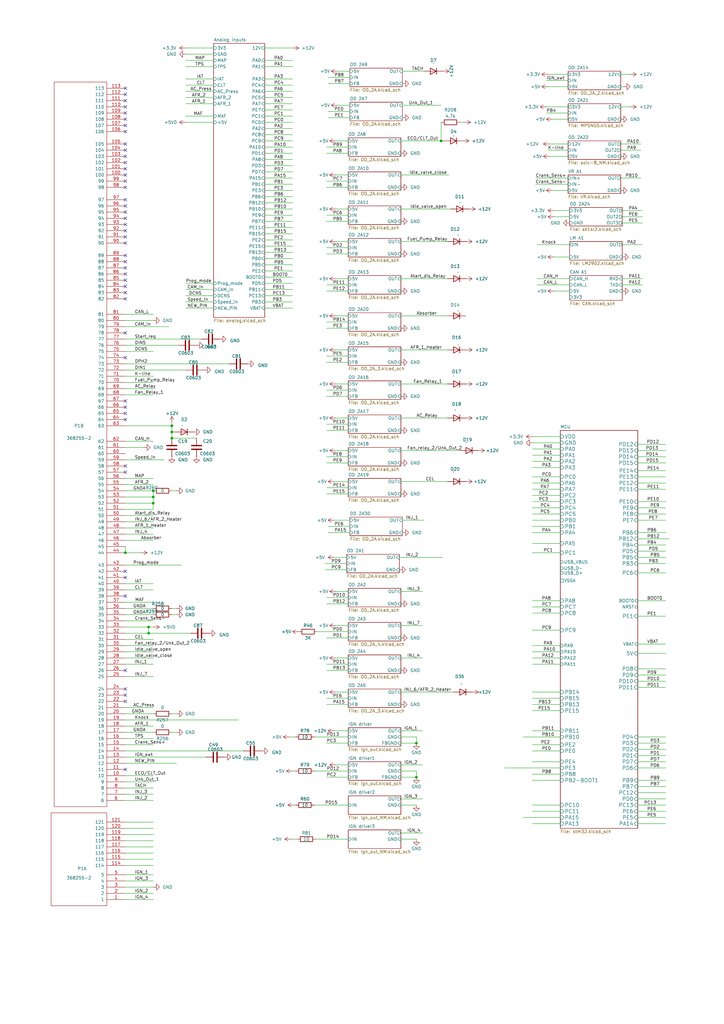
<source format=kicad_sch>
(kicad_sch (version 20211123) (generator eeschema)
  (paper "A3" portrait)
  (junction (at 62.865 203.835))
  (junction (at 170.815 318.77))
  (junction (at 180.975 57.785))
  (junction (at 70.485 174.625))
  (junction (at 70.485 177.165))
  (junction (at 62.865 201.295))
  (junction (at 60.96 259.715))
  (junction (at 70.485 179.705))
  (junction (at 170.815 304.8))
  (junction (at 51.435 226.695))
  (junction (at 60.96 257.175))
  (junction (at 62.865 206.375))
  (no_connect (at 51.435 164.465))
  (no_connect (at 51.435 172.085))
  (no_connect (at 51.435 66.675))
  (no_connect (at 51.435 315.595))
  (no_connect (at 51.435 74.295))
  (no_connect (at 51.435 76.835))
  (no_connect (at 51.435 38.735))
  (no_connect (at 51.435 64.135))
  (no_connect (at 51.435 69.215))
  (no_connect (at 51.435 282.575))
  (no_connect (at 51.435 59.055))
  (no_connect (at 51.435 274.955))
  (no_connect (at 51.435 89.535))
  (no_connect (at 51.435 122.555))
  (no_connect (at 51.435 191.135))
  (no_connect (at 51.435 112.395))
  (no_connect (at 51.435 86.995))
  (no_connect (at 51.435 97.155))
  (no_connect (at 51.435 46.355))
  (no_connect (at 51.435 287.655))
  (no_connect (at 51.435 92.075))
  (no_connect (at 51.435 285.115))
  (no_connect (at 51.435 193.675))
  (no_connect (at 51.435 99.695))
  (no_connect (at 51.435 109.855))
  (no_connect (at 51.435 117.475))
  (no_connect (at 51.435 81.915))
  (no_connect (at 51.435 169.545))
  (no_connect (at 51.435 136.525))
  (no_connect (at 51.435 244.475))
  (no_connect (at 51.435 53.975))
  (no_connect (at 51.435 146.685))
  (no_connect (at 51.435 114.935))
  (no_connect (at 51.435 104.775))
  (no_connect (at 51.435 43.815))
  (no_connect (at 51.435 234.315))
  (no_connect (at 51.435 51.435))
  (no_connect (at 51.435 36.195))
  (no_connect (at 51.435 61.595))
  (no_connect (at 51.435 84.455))
  (no_connect (at 51.435 120.015))
  (no_connect (at 51.435 94.615))
  (no_connect (at 51.435 71.755))
  (no_connect (at 51.435 48.895))
  (no_connect (at 51.435 107.315))
  (no_connect (at 51.435 236.855))
  (no_connect (at 51.435 167.005))
  (no_connect (at 51.435 41.275))
  (wire (pts (xy 70.485 249.555) (xy 72.39 249.555)))
  (wire (pts (xy 261.62 210.82) (xy 273.05 210.82)))
  (wire (pts (xy 51.435 325.755) (xy 62.865 325.755)))
  (wire (pts (xy 163.83 228.6) (xy 181.61 228.6)))
  (wire (pts (xy 51.435 247.015) (xy 62.865 247.015)))
  (wire (pts (xy 51.435 267.335) (xy 62.865 267.335)))
  (wire (pts (xy 137.16 228.6) (xy 142.24 228.6)))
  (wire (pts (xy 224.155 43.815) (xy 233.045 43.815)))
  (wire (pts (xy 261.62 213.36) (xy 273.05 213.36)))
  (wire (pts (xy 261.62 325.12) (xy 273.05 325.12)))
  (wire (pts (xy 164.465 71.755) (xy 184.15 71.755)))
  (wire (pts (xy 51.435 262.255) (xy 62.865 262.255)))
  (wire (pts (xy 51.435 161.925) (xy 62.865 161.925)))
  (wire (pts (xy 51.435 133.985) (xy 69.215 133.985)))
  (wire (pts (xy 51.435 363.855) (xy 62.865 363.855)))
  (wire (pts (xy 218.44 226.695) (xy 229.87 226.695)))
  (wire (pts (xy 218.44 184.15) (xy 229.87 184.15)))
  (wire (pts (xy 164.465 129.54) (xy 183.515 129.54)))
  (wire (pts (xy 51.435 277.495) (xy 62.865 277.495)))
  (wire (pts (xy 108.585 57.785) (xy 120.015 57.785)))
  (wire (pts (xy 62.865 203.835) (xy 62.865 206.375)))
  (wire (pts (xy 51.435 206.375) (xy 62.865 206.375)))
  (wire (pts (xy 225.425 64.135) (xy 233.045 64.135)))
  (wire (pts (xy 76.2 40.005) (xy 87.63 40.005)))
  (wire (pts (xy 51.435 310.515) (xy 84.455 310.515)))
  (wire (pts (xy 137.795 57.785) (xy 142.875 57.785)))
  (wire (pts (xy 133.985 304.8) (xy 142.875 304.8)))
  (wire (pts (xy 76.2 22.225) (xy 87.63 22.225)))
  (wire (pts (xy 133.985 74.295) (xy 142.875 74.295)))
  (wire (pts (xy 218.44 222.885) (xy 229.87 222.885)))
  (wire (pts (xy 218.44 291.465) (xy 229.87 291.465)))
  (wire (pts (xy 108.585 106.045) (xy 120.015 106.045)))
  (wire (pts (xy 137.795 157.48) (xy 142.875 157.48)))
  (wire (pts (xy 70.485 292.735) (xy 72.39 292.735)))
  (wire (pts (xy 137.795 269.875) (xy 142.875 269.875)))
  (wire (pts (xy 51.435 259.715) (xy 60.96 259.715)))
  (wire (pts (xy 133.985 134.62) (xy 142.875 134.62)))
  (wire (pts (xy 51.435 264.795) (xy 62.865 264.795)))
  (wire (pts (xy 51.435 292.735) (xy 62.865 292.735)))
  (wire (pts (xy 133.985 286.385) (xy 142.875 286.385)))
  (wire (pts (xy 220.345 100.33) (xy 233.68 100.33)))
  (wire (pts (xy 164.465 197.485) (xy 183.515 197.485)))
  (wire (pts (xy 76.2 118.745) (xy 87.63 118.745)))
  (wire (pts (xy 108.585 67.945) (xy 120.015 67.945)))
  (wire (pts (xy 51.435 203.835) (xy 62.865 203.835)))
  (wire (pts (xy 261.62 274.32) (xy 273.05 274.32)))
  (wire (pts (xy 51.435 354.965) (xy 62.865 354.965)))
  (wire (pts (xy 255.27 100.33) (xy 263.525 100.33)))
  (wire (pts (xy 51.435 249.555) (xy 62.865 249.555)))
  (wire (pts (xy 225.425 59.055) (xy 233.045 59.055)))
  (wire (pts (xy 218.44 186.69) (xy 229.87 186.69)))
  (wire (pts (xy 108.585 40.005) (xy 120.015 40.005)))
  (wire (pts (xy 51.435 211.455) (xy 62.865 211.455)))
  (wire (pts (xy 137.795 143.51) (xy 142.875 143.51)))
  (wire (pts (xy 164.465 85.725) (xy 184.785 85.725)))
  (wire (pts (xy 261.62 307.34) (xy 273.05 307.34)))
  (wire (pts (xy 128.905 330.2) (xy 142.875 330.2)))
  (wire (pts (xy 51.435 216.535) (xy 62.865 216.535)))
  (wire (pts (xy 134.62 218.44) (xy 143.51 218.44)))
  (wire (pts (xy 218.44 307.975) (xy 229.87 307.975)))
  (wire (pts (xy 51.435 144.145) (xy 62.865 144.145)))
  (wire (pts (xy 51.435 368.935) (xy 62.865 368.935)))
  (wire (pts (xy 137.795 71.755) (xy 142.875 71.755)))
  (wire (pts (xy 218.44 317.5) (xy 229.87 317.5)))
  (wire (pts (xy 51.435 174.625) (xy 70.485 174.625)))
  (wire (pts (xy 261.62 184.785) (xy 273.05 184.785)))
  (wire (pts (xy 218.44 208.28) (xy 229.87 208.28)))
  (wire (pts (xy 130.175 259.08) (xy 142.875 259.08)))
  (wire (pts (xy 261.62 332.74) (xy 273.05 332.74)))
  (wire (pts (xy 99.695 307.975) (xy 51.435 307.975)))
  (wire (pts (xy 133.985 104.14) (xy 142.875 104.14)))
  (wire (pts (xy 261.62 281.94) (xy 273.05 281.94)))
  (wire (pts (xy 51.435 300.355) (xy 62.865 300.355)))
  (wire (pts (xy 70.485 179.705) (xy 70.485 177.165)))
  (wire (pts (xy 207.01 314.96) (xy 229.87 314.96)))
  (wire (pts (xy 108.585 108.585) (xy 120.015 108.585)))
  (wire (pts (xy 137.795 85.725) (xy 142.875 85.725)))
  (wire (pts (xy 164.465 318.77) (xy 170.815 318.77)))
  (wire (pts (xy 51.435 131.445) (xy 62.865 131.445)))
  (wire (pts (xy 218.44 299.72) (xy 229.87 299.72)))
  (wire (pts (xy 108.585 126.365) (xy 120.015 126.365)))
  (wire (pts (xy 108.585 80.645) (xy 120.015 80.645)))
  (wire (pts (xy 226.695 48.895) (xy 233.045 48.895)))
  (wire (pts (xy 218.44 283.845) (xy 229.87 283.845)))
  (wire (pts (xy 261.62 322.58) (xy 273.05 322.58)))
  (wire (pts (xy 255.27 116.84) (xy 263.525 116.84)))
  (wire (pts (xy 51.435 290.195) (xy 62.865 290.195)))
  (wire (pts (xy 261.62 276.86) (xy 273.05 276.86)))
  (wire (pts (xy 261.62 220.98) (xy 274.32 220.98)))
  (wire (pts (xy 261.62 205.74) (xy 273.05 205.74)))
  (wire (pts (xy 255.27 91.44) (xy 263.525 91.44)))
  (wire (pts (xy 226.695 78.105) (xy 233.045 78.105)))
  (wire (pts (xy 138.43 43.18) (xy 143.51 43.18)))
  (wire (pts (xy 51.435 302.895) (xy 62.865 302.895)))
  (wire (pts (xy 51.435 366.395) (xy 62.865 366.395)))
  (wire (pts (xy 133.985 148.59) (xy 142.875 148.59)))
  (wire (pts (xy 134.62 34.29) (xy 143.51 34.29)))
  (wire (pts (xy 60.96 259.715) (xy 78.105 259.715)))
  (wire (pts (xy 218.44 181.61) (xy 229.87 181.61)))
  (wire (pts (xy 255.27 88.9) (xy 263.525 88.9)))
  (wire (pts (xy 51.435 139.065) (xy 82.55 139.065)))
  (wire (pts (xy 214.63 302.26) (xy 229.87 302.26)))
  (wire (pts (xy 218.44 200.66) (xy 229.87 200.66)))
  (wire (pts (xy 133.985 288.925) (xy 142.875 288.925)))
  (wire (pts (xy 108.585 103.505) (xy 120.015 103.505)))
  (wire (pts (xy 170.815 302.26) (xy 170.815 304.8)))
  (wire (pts (xy 218.44 267.335) (xy 229.87 267.335)))
  (wire (pts (xy 218.44 191.77) (xy 229.87 191.77)))
  (wire (pts (xy 137.795 129.54) (xy 142.875 129.54)))
  (wire (pts (xy 76.2 116.205) (xy 87.63 116.205)))
  (wire (pts (xy 255.905 35.56) (xy 254.635 35.56)))
  (wire (pts (xy 108.585 37.465) (xy 120.015 37.465)))
  (wire (pts (xy 108.585 65.405) (xy 120.015 65.405)))
  (wire (pts (xy 227.33 86.36) (xy 233.68 86.36)))
  (wire (pts (xy 261.62 195.58) (xy 273.05 195.58)))
  (wire (pts (xy 261.62 246.38) (xy 273.05 246.38)))
  (wire (pts (xy 51.435 241.935) (xy 62.865 241.935)))
  (wire (pts (xy 108.585 32.385) (xy 120.015 32.385)))
  (wire (pts (xy 108.585 95.885) (xy 120.015 95.885)))
  (wire (pts (xy 51.435 269.875) (xy 62.865 269.875)))
  (wire (pts (xy 137.795 256.54) (xy 142.875 256.54)))
  (wire (pts (xy 76.2 50.165) (xy 87.63 50.165)))
  (wire (pts (xy 76.2 47.625) (xy 87.63 47.625)))
  (wire (pts (xy 76.2 27.305) (xy 87.63 27.305)))
  (wire (pts (xy 51.435 156.845) (xy 62.865 156.845)))
  (wire (pts (xy 70.485 252.095) (xy 72.39 252.095)))
  (wire (pts (xy 137.795 99.06) (xy 142.875 99.06)))
  (wire (pts (xy 108.585 85.725) (xy 120.015 85.725)))
  (wire (pts (xy 76.2 42.545) (xy 87.63 42.545)))
  (wire (pts (xy 133.985 187.325) (xy 142.875 187.325)))
  (wire (pts (xy 51.435 151.765) (xy 76.2 151.765)))
  (wire (pts (xy 51.435 226.695) (xy 57.785 226.695)))
  (wire (pts (xy 218.44 305.435) (xy 229.87 305.435)))
  (wire (pts (xy 62.865 206.375) (xy 62.865 208.915)))
  (wire (pts (xy 218.44 332.74) (xy 229.87 332.74)))
  (wire (pts (xy 261.62 226.06) (xy 273.05 226.06)))
  (wire (pts (xy 51.435 196.215) (xy 62.865 196.215)))
  (wire (pts (xy 164.465 99.06) (xy 183.515 99.06)))
  (wire (pts (xy 70.485 179.705) (xy 80.645 179.705)))
  (wire (pts (xy 214.63 335.28) (xy 229.87 335.28)))
  (wire (pts (xy 108.585 78.105) (xy 120.015 78.105)))
  (wire (pts (xy 261.62 312.42) (xy 273.05 312.42)))
  (wire (pts (xy 108.585 73.025) (xy 120.015 73.025)))
  (wire (pts (xy 51.435 347.345) (xy 62.865 347.345)))
  (wire (pts (xy 70.485 173.355) (xy 70.485 174.625)))
  (wire (pts (xy 51.435 352.425) (xy 62.865 352.425)))
  (wire (pts (xy 219.71 75.565) (xy 233.045 75.565)))
  (wire (pts (xy 108.585 83.185) (xy 120.015 83.185)))
  (wire (pts (xy 133.985 62.865) (xy 142.875 62.865)))
  (wire (pts (xy 108.585 88.265) (xy 120.015 88.265)))
  (wire (pts (xy 108.585 75.565) (xy 120.015 75.565)))
  (wire (pts (xy 164.465 299.72) (xy 173.355 299.72)))
  (wire (pts (xy 108.585 121.285) (xy 120.015 121.285)))
  (wire (pts (xy 51.435 159.385) (xy 62.865 159.385)))
  (wire (pts (xy 133.985 119.38) (xy 142.875 119.38)))
  (wire (pts (xy 164.465 344.17) (xy 170.815 344.17)))
  (wire (pts (xy 133.35 233.68) (xy 142.24 233.68)))
  (wire (pts (xy 133.985 101.6) (xy 142.875 101.6)))
  (wire (pts (xy 133.985 202.565) (xy 142.875 202.565)))
  (wire (pts (xy 165.1 29.21) (xy 173.99 29.21)))
  (wire (pts (xy 261.62 279.4) (xy 273.05 279.4)))
  (wire (pts (xy 51.435 318.135) (xy 62.865 318.135)))
  (wire (pts (xy 164.465 57.785) (xy 180.975 57.785)))
  (wire (pts (xy 218.44 205.74) (xy 229.87 205.74)))
  (wire (pts (xy 108.585 70.485) (xy 120.015 70.485)))
  (wire (pts (xy 164.465 184.785) (xy 188.595 184.785)))
  (wire (pts (xy 134.62 215.9) (xy 143.51 215.9)))
  (wire (pts (xy 51.435 313.055) (xy 72.39 313.055)))
  (wire (pts (xy 108.585 111.125) (xy 120.015 111.125)))
  (wire (pts (xy 134.62 48.26) (xy 143.51 48.26)))
  (wire (pts (xy 261.62 218.44) (xy 273.05 218.44)))
  (wire (pts (xy 261.62 267.97) (xy 273.05 267.97)))
  (wire (pts (xy 129.54 344.17) (xy 142.875 344.17)))
  (wire (pts (xy 51.435 239.395) (xy 62.865 239.395)))
  (wire (pts (xy 133.35 231.14) (xy 142.24 231.14)))
  (wire (pts (xy 261.62 309.88) (xy 273.05 309.88)))
  (wire (pts (xy 51.435 349.885) (xy 62.865 349.885)))
  (wire (pts (xy 227.33 105.41) (xy 233.68 105.41)))
  (wire (pts (xy 108.585 55.245) (xy 120.015 55.245)))
  (wire (pts (xy 142.875 299.72) (xy 137.16 299.72)))
  (wire (pts (xy 224.79 61.595) (xy 233.045 61.595)))
  (wire (pts (xy 261.62 182.245) (xy 273.05 182.245)))
  (wire (pts (xy 218.44 264.795) (xy 229.87 264.795)))
  (wire (pts (xy 190.5 50.165) (xy 188.595 50.165)))
  (wire (pts (xy 261.62 335.28) (xy 273.05 335.28)))
  (wire (pts (xy 218.44 330.2) (xy 229.87 330.2)))
  (wire (pts (xy 51.435 320.675) (xy 62.865 320.675)))
  (wire (pts (xy 224.79 30.48) (xy 233.045 30.48)))
  (wire (pts (xy 142.875 313.69) (xy 137.795 313.69)))
  (wire (pts (xy 133.985 200.025) (xy 142.875 200.025)))
  (wire (pts (xy 218.44 195.58) (xy 229.87 195.58)))
  (wire (pts (xy 261.62 304.8) (xy 273.05 304.8)))
  (wire (pts (xy 227.33 119.38) (xy 233.68 119.38)))
  (wire (pts (xy 220.345 116.84) (xy 233.68 116.84)))
  (wire (pts (xy 76.2 32.385) (xy 87.63 32.385)))
  (wire (pts (xy 108.585 47.625) (xy 120.015 47.625)))
  (wire (pts (xy 261.62 252.73) (xy 273.05 252.73)))
  (wire (pts (xy 218.44 246.38) (xy 229.87 246.38)))
  (wire (pts (xy 70.485 300.355) (xy 72.39 300.355)))
  (wire (pts (xy 137.795 184.785) (xy 142.875 184.785)))
  (wire (pts (xy 261.62 200.66) (xy 273.05 200.66)))
  (wire (pts (xy 51.435 344.805) (xy 62.865 344.805)))
  (wire (pts (xy 108.585 42.545) (xy 120.015 42.545)))
  (wire (pts (xy 261.62 337.82) (xy 273.05 337.82)))
  (wire (pts (xy 51.435 358.775) (xy 62.865 358.775)))
  (wire (pts (xy 261.62 189.865) (xy 273.05 189.865)))
  (wire (pts (xy 133.985 274.955) (xy 142.875 274.955)))
  (wire (pts (xy 164.465 304.8) (xy 170.815 304.8)))
  (wire (pts (xy 224.155 46.355) (xy 233.045 46.355)))
  (wire (pts (xy 218.44 320.04) (xy 229.87 320.04)))
  (wire (pts (xy 76.2 37.465) (xy 87.63 37.465)))
  (wire (pts (xy 76.2 126.365) (xy 87.63 126.365)))
  (wire (pts (xy 51.435 149.225) (xy 93.98 149.225)))
  (wire (pts (xy 128.905 302.26) (xy 142.875 302.26)))
  (wire (pts (xy 51.435 305.435) (xy 62.865 305.435)))
  (wire (pts (xy 164.465 302.26) (xy 170.815 302.26)))
  (wire (pts (xy 51.435 180.975) (xy 62.865 180.975)))
  (wire (pts (xy 108.585 118.745) (xy 120.015 118.745)))
  (wire (pts (xy 133.985 146.05) (xy 142.875 146.05)))
  (wire (pts (xy 51.435 201.295) (xy 62.865 201.295)))
  (wire (pts (xy 76.2 123.825) (xy 87.63 123.825)))
  (wire (pts (xy 133.985 245.11) (xy 142.875 245.11)))
  (wire (pts (xy 164.465 341.63) (xy 173.355 341.63)))
  (wire (pts (xy 76.2 34.925) (xy 87.63 34.925)))
  (wire (pts (xy 133.985 272.415) (xy 142.875 272.415)))
  (wire (pts (xy 218.44 258.445) (xy 229.87 258.445)))
  (wire (pts (xy 164.465 313.69) (xy 173.355 313.69)))
  (wire (pts (xy 133.985 162.56) (xy 142.875 162.56)))
  (wire (pts (xy 108.585 27.305) (xy 120.015 27.305)))
  (wire (pts (xy 261.62 302.26) (xy 273.05 302.26)))
  (wire (pts (xy 76.2 24.765) (xy 87.63 24.765)))
  (wire (pts (xy 133.985 176.53) (xy 142.875 176.53)))
  (wire (pts (xy 51.435 339.725) (xy 62.865 339.725)))
  (wire (pts (xy 165.1 213.36) (xy 173.99 213.36)))
  (wire (pts (xy 164.465 114.3) (xy 183.515 114.3)))
  (wire (pts (xy 218.44 269.875) (xy 229.87 269.875)))
  (wire (pts (xy 51.435 254.635) (xy 62.865 254.635)))
  (wire (pts (xy 62.865 201.295) (xy 62.865 203.835)))
  (wire (pts (xy 51.435 231.775) (xy 74.295 231.775)))
  (wire (pts (xy 118.745 302.26) (xy 121.285 302.26)))
  (wire (pts (xy 108.585 98.425) (xy 120.015 98.425)))
  (wire (pts (xy 164.465 269.875) (xy 173.355 269.875)))
  (wire (pts (xy 108.585 52.705) (xy 120.015 52.705)))
  (wire (pts (xy 108.585 116.205) (xy 120.015 116.205)))
  (wire (pts (xy 60.96 257.175) (xy 60.96 259.715)))
  (wire (pts (xy 261.62 193.04) (xy 273.05 193.04)))
  (wire (pts (xy 164.465 327.66) (xy 173.355 327.66)))
  (wire (pts (xy 261.62 198.12) (xy 273.05 198.12)))
  (wire (pts (xy 218.44 248.92) (xy 229.87 248.92)))
  (wire (pts (xy 51.435 221.615) (xy 62.865 221.615)))
  (wire (pts (xy 108.585 62.865) (xy 120.015 62.865)))
  (wire (pts (xy 51.435 328.295) (xy 62.865 328.295)))
  (wire (pts (xy 255.27 86.36) (xy 263.525 86.36)))
  (wire (pts (xy 51.435 342.265) (xy 62.865 342.265)))
  (wire (pts (xy 254.635 73.025) (xy 262.89 73.025)))
  (wire (pts (xy 137.795 171.45) (xy 142.875 171.45)))
  (wire (pts (xy 164.465 171.45) (xy 183.515 171.45)))
  (wire (pts (xy 254.635 61.595) (xy 262.89 61.595)))
  (wire (pts (xy 261.62 208.28) (xy 273.05 208.28)))
  (wire (pts (xy 261.62 228.6) (xy 273.05 228.6)))
  (wire (pts (xy 133.985 160.02) (xy 142.875 160.02)))
  (wire (pts (xy 70.485 201.295) (xy 72.39 201.295)))
  (wire (pts (xy 258.445 30.48) (xy 254.635 30.48)))
  (wire (pts (xy 133.985 90.805) (xy 142.875 90.805)))
  (wire (pts (xy 164.465 316.23) (xy 170.815 316.23)))
  (wire (pts (xy 261.62 187.325) (xy 273.05 187.325)))
  (wire (pts (xy 133.985 261.62) (xy 142.875 261.62)))
  (wire (pts (xy 51.435 337.185) (xy 62.865 337.185)))
  (wire (pts (xy 218.44 218.44) (xy 229.87 218.44)))
  (wire (pts (xy 218.44 215.9) (xy 229.87 215.9)))
  (wire (pts (xy 108.585 113.665) (xy 120.015 113.665)))
  (wire (pts (xy 133.985 173.99) (xy 142.875 173.99)))
  (wire (pts (xy 137.795 114.3) (xy 142.875 114.3)))
  (wire (pts (xy 108.585 93.345) (xy 120.015 93.345)))
  (wire (pts (xy 218.44 210.82) (xy 229.87 210.82)))
  (wire (pts (xy 133.985 88.265) (xy 142.875 88.265)))
  (wire (pts (xy 224.155 33.02) (xy 233.045 33.02)))
  (wire (pts (xy 137.16 197.485) (xy 142.875 197.485)))
  (wire (pts (xy 164.465 242.57) (xy 173.355 242.57)))
  (wire (pts (xy 51.435 295.275) (xy 97.79 295.275)))
  (wire (pts (xy 51.435 323.215) (xy 62.865 323.215)))
  (wire (pts (xy 133.985 116.84) (xy 142.875 116.84)))
  (wire (pts (xy 164.465 143.51) (xy 183.515 143.51)))
  (wire (pts (xy 218.44 288.925) (xy 229.87 288.925)))
  (wire (pts (xy 119.38 344.17) (xy 121.92 344.17)))
  (wire (pts (xy 51.435 208.915) (xy 62.865 208.915)))
  (wire (pts (xy 134.62 31.75) (xy 143.51 31.75)))
  (wire (pts (xy 51.435 361.315) (xy 62.865 361.315)))
  (wire (pts (xy 261.62 314.96) (xy 273.05 314.96)))
  (wire (pts (xy 164.465 283.845) (xy 186.055 283.845)))
  (wire (pts (xy 218.44 213.36) (xy 229.87 213.36)))
  (wire (pts (xy 180.975 50.165) (xy 180.975 57.785)))
  (wire (pts (xy 261.62 234.95) (xy 273.05 234.95)))
  (wire (pts (xy 218.44 198.12) (xy 229.87 198.12)))
  (wire (pts (xy 120.015 316.23) (xy 121.285 316.23)))
  (wire (pts (xy 137.795 283.845) (xy 142.875 283.845)))
  (wire (pts (xy 138.43 29.21) (xy 143.51 29.21)))
  (wire (pts (xy 120.65 330.2) (xy 121.285 330.2)))
  (wire (pts (xy 133.985 60.325) (xy 142.875 60.325)))
  (wire (pts (xy 170.815 316.23) (xy 170.815 318.77)))
  (wire (pts (xy 261.62 231.14) (xy 273.05 231.14)))
  (wire (pts (xy 164.465 330.2) (xy 170.815 330.2)))
  (wire (pts (xy 51.435 141.605) (xy 73.025 141.605)))
  (wire (pts (xy 51.435 257.175) (xy 60.96 257.175)))
  (wire (pts (xy 218.44 337.82) (xy 229.87 337.82)))
  (wire (pts (xy 51.435 198.755) (xy 62.865 198.755)))
  (wire (pts (xy 218.44 286.385) (xy 229.87 286.385)))
  (wire (pts (xy 258.445 43.815) (xy 254.635 43.815)))
  (wire (pts (xy 51.435 252.095) (xy 62.865 252.095)))
  (wire (pts (xy 261.62 327.66) (xy 273.05 327.66)))
  (wire (pts (xy 51.435 154.305) (xy 62.865 154.305)))
  (wire (pts (xy 51.435 188.595) (xy 67.31 188.595)))
  (wire (pts (xy 51.435 128.905) (xy 62.865 128.905)))
  (wire (pts (xy 108.585 123.825) (xy 120.015 123.825)))
  (wire (pts (xy 180.975 57.785) (xy 182.245 57.785)))
  (wire (pts (xy 137.795 242.57) (xy 142.875 242.57)))
  (wire (pts (xy 254.635 59.055) (xy 262.89 59.055)))
  (wire (pts (xy 224.79 35.56) (xy 233.045 35.56)))
  (wire (pts (xy 51.435 272.415) (xy 62.865 272.415)))
  (wire (pts (xy 261.62 330.2) (xy 273.05 330.2)))
  (wire (pts (xy 108.585 45.085) (xy 120.015 45.085)))
  (wire (pts (xy 70.485 174.625) (xy 70.485 177.165)))
  (wire (pts (xy 218.44 189.23) (xy 229.87 189.23)))
  (wire (pts (xy 133.985 189.865) (xy 142.875 189.865)))
  (wire (pts (xy 261.62 223.52) (xy 273.05 223.52)))
  (wire (pts (xy 108.585 90.805) (xy 120.015 90.805)))
  (wire (pts (xy 218.44 179.07) (xy 229.87 179.07)))
  (wire (pts (xy 51.435 213.995) (xy 62.865 213.995)))
  (wire (pts (xy 51.435 219.075) (xy 62.865 219.075)))
  (wire (pts (xy 128.905 316.23) (xy 142.875 316.23)))
  (wire (pts (xy 133.985 76.835) (xy 142.875 76.835)))
  (wire (pts (xy 261.62 320.04) (xy 273.05 320.04)))
  (wire (pts (xy 108.585 50.165) (xy 120.015 50.165)))
  (wire (pts (xy 71.755 177.165) (xy 70.485 177.165)))
  (wire (pts (xy 133.985 132.08) (xy 142.875 132.08)))
  (wire (pts (xy 120.015 19.685) (xy 108.585 19.685)))
  (wire (pts (xy 60.96 257.175) (xy 62.865 257.175)))
  (wire (pts (xy 218.44 272.415) (xy 229.87 272.415)))
  (wire (pts (xy 165.1 43.18) (xy 180.975 43.18)))
  (wire (pts (xy 51.435 183.515) (xy 59.055 183.515)))
  (wire (pts (xy 76.2 19.685) (xy 87.63 19.685)))
  (wire (pts (xy 108.585 100.965) (xy 120.015 100.965)))
  (wire (pts (xy 108.585 60.325) (xy 120.015 60.325)))
  (wire (pts (xy 51.435 224.155) (xy 51.435 226.695)))
  (wire (pts (xy 261.62 264.16) (xy 273.05 264.16)))
  (wire (pts (xy 137.16 213.36) (xy 143.51 213.36)))
  (wire (pts (xy 164.465 157.48) (xy 183.515 157.48)))
  (wire (pts (xy 108.585 34.925) (xy 120.015 34.925)))
  (wire (pts (xy 219.71 73.025) (xy 233.045 73.025)))
  (wire (pts (xy 133.985 318.77) (xy 142.875 318.77)))
  (wire (pts (xy 133.985 247.65) (xy 142.875 247.65)))
  (wire (pts (xy 218.44 251.46) (xy 229.87 251.46)))
  (wire (pts (xy 51.435 297.815) (xy 62.865 297.815)))
  (wire (pts (xy 108.585 24.765) (xy 120.015 24.765)))
  (wire (pts (xy 164.465 256.54) (xy 173.355 256.54)))
  (wire (pts (xy 76.2 121.285) (xy 87.63 121.285)))
  (wire (pts (xy 220.345 114.3) (xy 233.68 114.3)))
  (wire (pts (xy 227.33 88.9) (xy 233.68 88.9)))
  (wire (pts (xy 134.62 45.72) (xy 143.51 45.72)))
  (wire (pts (xy 218.44 312.42) (xy 229.87 312.42)))
  (wire (pts (xy 255.27 114.3) (xy 263.525 114.3)))
  (wire (pts (xy 218.44 203.2) (xy 229.87 203.2)))
  (label "PC4" (at 221.615 208.28 0))
  (label "PE15" (at 220.7031 291.465 0))
  (label "PD12" (at 133.985 316.23 0))
  (label "PE9" (at 112.395 88.265 0))
  (label "PE11" (at 136.525 176.53 0))
  (label "PA3" (at 112.395 32.385 0))
  (label "PC0" (at 222.25 195.58 0))
  (label "PB3" (at 111.76 123.825 0))
  (label "PB9" (at 136.525 60.325 0))
  (label "GNDA" (at 54.61 300.355 0))
  (label "AC_Relay" (at 170.815 171.45 0))
  (label "NEW_PIN" (at 55.245 313.055 0))
  (label "IGN_3" (at 165.735 327.66 0))
  (label "PA10" (at 112.395 60.325 0))
  (label "PE7" (at 112.395 45.085 0))
  (label "PA8" (at 136.525 62.865 0))
  (label "PE15" (at 112.395 100.965 0))
  (label "PC3" (at 220.98 205.74 0))
  (label "IGN_3" (at 55.245 361.315 0))
  (label "AC_Relay" (at 55.245 159.385 0))
  (label "PC2" (at 133.985 318.77 0))
  (label "IGN_1" (at 165.735 299.72 0))
  (label "Idle_valve_close" (at 55.245 269.875 0))
  (label "PB10" (at 256.54 73.025 0))
  (label "DPH2" (at 55.245 149.225 0))
  (label "PC13" (at 111.76 121.285 0))
  (label "PA15" (at 137.16 218.44 0))
  (label "CEL" (at 55.245 262.255 0))
  (label "PB11" (at 111.76 118.745 0))
  (label "PB8" (at 222.25 317.5 0))
  (label "VBAT" (at 265.43 264.16 0))
  (label "MAF" (at 79.375 47.625 0))
  (label "PC1" (at 112.395 47.625 0))
  (label "PB9" (at 266.7 320.04 0))
  (label "PB0" (at 112.395 106.045 0))
  (label "PE6" (at 136.525 286.385 0))
  (label "AFR_1" (at 55.245 297.815 0))
  (label "Idle_valve_open" (at 168.275 85.725 0))
  (label "PA3" (at 222.25 191.77 0))
  (label "PE0" (at 137.16 45.72 0))
  (label "Atart_dis_Relay" (at 168.275 114.3 0))
  (label "PE5" (at 265.43 335.28 0))
  (label "CAN_L" (at 222.885 116.84 0))
  (label "PB4" (at 265.43 223.52 0))
  (label "PE5" (at 136.525 146.05 0))
  (label "INJ_7" (at 55.245 277.495 0))
  (label "PC8" (at 222.25 251.46 0))
  (label "PD6" (at 136.525 160.02 0))
  (label "PB4" (at 224.155 46.355 0))
  (label "PD3" (at 266.7 304.8 0))
  (label "Fan_Relay_1" (at 55.245 161.925 0))
  (label "PD10" (at 265.43 279.4 0))
  (label "PD6" (at 266.7 314.96 0))
  (label "INJ_1" (at 166.37 213.36 0))
  (label "Fan_relay_2{slash}Unk_Out_2" (at 167.005 184.785 0))
  (label "PD9" (at 135.89 231.14 0))
  (label "INJ_4" (at 167.005 269.875 0))
  (label "PA6" (at 221.615 198.12 0))
  (label "PB7" (at 112.395 90.805 0))
  (label "PA12" (at 222.25 269.875 0))
  (label "PE8" (at 265.8909 210.82 0))
  (label "PB5" (at 112.395 108.585 0))
  (label "TPS" (at 80.01 27.305 0))
  (label "GNDA" (at 54.61 201.295 0))
  (label "PB13" (at 220.8351 288.925 0))
  (label "PD3" (at 136.525 104.14 0))
  (label "PA4" (at 222.25 218.44 0))
  (label "PA7" (at 221.615 200.66 0))
  (label "PA0" (at 112.395 24.765 0))
  (label "PB6" (at 136.525 76.835 0))
  (label "PD9" (at 265.43 276.86 0))
  (label "PB13" (at 112.395 103.505 0))
  (label "PB7" (at 137.16 34.29 0))
  (label "PA6" (at 112.395 37.465 0))
  (label "PA12" (at 257.81 116.84 0))
  (label "CLT" (at 55.245 241.935 0))
  (label "CAN_H" (at 55.245 180.975 0))
  (label "PD1" (at 112.395 62.865 0))
  (label "AC_Press" (at 78.105 37.465 0))
  (label "PC0" (at 112.395 50.165 0))
  (label "PD0" (at 136.525 259.08 0))
  (label "Fan_relay_2{slash}Unk_Out_2" (at 55.245 264.795 0))
  (label "PE14" (at 136.525 200.025 0))
  (label "K-line" (at 224.79 61.595 0))
  (label "PE10" (at 136.525 173.99 0))
  (label "Unk_Out_1" (at 55.245 320.675 0))
  (label "PB1" (at 112.395 75.565 0))
  (label "GNDA" (at 53.975 292.735 0))
  (label "DIN1" (at 55.245 151.765 0))
  (label "ECO{slash}CLT_Out" (at 167.005 57.785 0))
  (label "PD1" (at 266.7 309.88 0))
  (label "IAT" (at 55.245 239.395 0))
  (label "PD2" (at 136.525 101.6 0))
  (label "MAF" (at 55.3881 247.015 0))
  (label "IGN_4" (at 55.245 368.935 0))
  (label "PA4" (at 257.81 86.36 0))
  (label "TACH" (at 168.91 29.21 0))
  (label "AFR_1" (at 84.455 42.545 180))
  (label "PA1" (at 222.885 186.69 0))
  (label "PA9" (at 222.885 264.795 0))
  (label "Speed_in" (at 55.245 188.595 0))
  (label "PE3" (at 112.395 78.105 0))
  (label "CAN_H" (at 222.885 114.3 0))
  (label "PB3" (at 266.065 231.14 0))
  (label "PE11" (at 265.43 200.66 0))
  (label "PD11" (at 136.525 272.415 0))
  (label "CLT" (at 80.645 34.925 0))
  (label "PE1" (at 112.395 111.125 0))
  (label "BOOT0" (at 111.76 113.665 0))
  (label "PB11" (at 222.25 299.72 0))
  (label "INJ_7" (at 167.005 256.54 0))
  (label "DCNS" (at 55.245 144.145 0))
  (label "PE5" (at 257.81 91.44 0))
  (label "PB10" (at 222.25 302.26 0))
  (label "PE1" (at 265.43 252.73 0))
  (label "AFR_1_Heater" (at 55.245 216.535 0))
  (label "PD10" (at 136.525 245.11 0))
  (label "PD14" (at 264.8973 187.325 0))
  (label "Fuel_Pump_Relay" (at 55.245 156.845 0))
  (label "PB8" (at 137.16 31.75 0))
  (label "INJ_2" (at 166.37 228.6 0))
  (label "PB5" (at 266.7 228.6 0))
  (label "INJ_3" (at 55.245 325.755 0))
  (label "PE6" (at 265.43 332.74 0))
  (label "PC1" (at 222.885 226.695 0))
  (label "PC8" (at 112.395 55.245 0))
  (label "PE14" (at 265.43 193.04 0))
  (label "PB7" (at 266.7 322.58 0))
  (label "MAP" (at 80.01 24.765 0))
  (label "Fan_Relay_1" (at 169.545 157.48 0))
  (label "DIN5" (at 55.245 141.605 0))
  (label "PD14" (at 133.985 344.17 0))
  (label "NEW_PIN" (at 76.835 126.365 0))
  (label "PC7" (at 222.25 248.92 0))
  (label "PE11" (at 112.395 93.345 0))
  (label "PB10" (at 112.395 85.725 0))
  (label "PA2" (at 112.395 52.705 0))
  (label "PE2" (at 221.8097 305.435 0))
  (label "PA11" (at 222.25 272.415 0))
  (label "PA15" (at 136.525 288.925 0))
  (label "BOOT0" (at 265.43 246.38 0))
  (label "IGN_2" (at 55.245 366.395 0))
  (label "PC9" (at 112.395 57.785 0))
  (label "GNDA" (at 54.61 252.095 0))
  (label "PB6" (at 112.395 80.645 0))
  (label "PC4" (at 112.395 34.925 0))
  (label "IGN_swt" (at 224.155 33.02 0))
  (label "PB15" (at 112.395 95.885 0))
  (label "PD13" (at 264.9228 184.785 0))
  (label "CAM_in" (at 55.1875 133.985 0))
  (label "AFR_2" (at 55.245 198.755 0))
  (label "GNDA" (at 54.61 249.555 0))
  (label "Idle_valve_close" (at 167.872 71.755 0))
  (label "PE8" (at 136.525 187.325 0))
  (label "PB12" (at 136.525 247.65 0))
  (label "K-line" (at 55.245 154.305 0))
  (label "PB13" (at 136.525 274.955 0))
  (label "Idle_valve_open" (at 55.2449 267.335 0))
  (label "CAN_L" (at 55.245 128.905 0))
  (label "PA2" (at 257.175 100.33 0))
  (label "Knock" (at 55.245 295.275 0))
  (label "IGN_1" (at 55.245 358.775 0))
  (label "IGN_swt" (at 55.245 310.515 0))
  (label "Knock" (at 222.25 100.33 0))
  (label "PA2" (at 222.885 189.23 0))
  (label "IGN_2" (at 165.735 313.69 0))
  (label "PE7" (at 266.065 213.36 0))
  (label "PA1" (at 112.395 27.305 0))
  (label "PA9" (at 257.175 61.595 0))
  (label "PD15" (at 265.0536 189.865 0))
  (label "Atart_dis_Relay" (at 55.245 211.455 0))
  (label "PA7" (at 112.395 42.545 0))
  (label "PA10" (at 222.885 267.335 0))
  (label "PD5" (at 266.065 226.06 0))
  (label "INJ_6{slash}AFR_2_Heater" (at 55.245 213.995 0))
  (label "PD11" (at 265.43 281.94 0))
  (label "Start_req" (at 55.245 139.065 0))
  (label "PE10" (at 265.43 205.74 0))
  (label "PD5" (at 111.76 116.205 0))
  (label "VBAT" (at 111.76 126.365 0))
  (label "PC3" (at 133.985 304.8 0))
  (label "INJ_3" (at 167.005 242.57 0))
  (label "PA8" (at 222.25 246.38 0))
  (label "Prog_mode" (at 54.61 231.775 0))
  (label "TACH" (at 55.245 323.215 0))
  (label "PB12" (at 112.395 83.185 0))
  (label "Prog_mode" (at 76.2 116.205 0))
  (label "Crank_Sens-" (at 55.245 254.635 0))
  (label "INJ_6{slash}AFR_2_Heater" (at 165.735 283.845 0))
  (label "AFR_2" (at 84.455 40.005 180))
  (label "PE6" (at 257.81 88.9 0))
  (label "PE2" (at 136.525 148.59 0))
  (label "TPS" (at 55.245 302.895 0))
  (label "Crank_Sens+" (at 219.71 73.025 0))
  (label "PD7" (at 266.7 312.42 0))
  (label "CAM_in" (at 76.835 118.745 0))
  (label "PE2" (at 112.395 98.425 0))
  (label "PD13" (at 133.985 302.26 0))
  (label "PC5" (at 221.615 210.82 0))
  (label "PD15" (at 133.35 330.2 0))
  (label "INJ_2" (at 55.245 328.295 0))
  (label "INJ_4" (at 55.245 219.075 0))
  (label "PE15" (at 136.525 202.565 0))
  (label "DCNS" (at 77.47 121.285 0))
  (label "PE11" (at 136.525 116.84 0))
  (label "MAP" (at 55.245 196.215 0))
  (label "PE0" (at 222.25 307.975 0))
  (label "ECO{slash}CLT_Out" (at 55.2651 318.135 0))
  (label "PB5" (at 136.525 90.805 0))
  (label "Crank_Sens-" (at 219.71 75.565 0))
  (label "PC9" (at 135.89 233.68 0))
  (label "PE9" (at 136.525 189.865 0))
  (label "PE3" (at 136.525 134.62 0))
  (label "PB6" (at 265.43 218.44 0))
  (label "IAT" (at 80.645 32.385 0))
  (label "PE9" (at 266.7 208.28 0))
  (label "PE1" (at 137.16 48.26 0))
  (label "INJ_1" (at 55.1019 272.415 0))
  (label "PA0" (at 222.885 184.15 0))
  (label "PE6" (at 137.16 215.9 0))
  (label "PD3" (at 112.395 67.945 0))
  (label "PD1" (at 136.525 261.62 0))
  (label "IGN_4" (at 167.005 341.63 0))
  (label "PC6" (at 266.7 234.95 0))
  (label "PC9" (at 222.25 258.445 0))
  (label "AC_Press" (at 54.61 290.195 0))
  (label "Unk_Out_1" (at 167.64 43.18 0))
  (label "PA11" (at 257.81 114.3 0))
  (label "PD2" (at 266.7 307.34 0))
  (label "Absorber" (at 170.815 129.54 0))
  (label "CEL" (at 174.625 197.485 0))
  (label "PC5" (at 112.395 40.005 0))
  (label "AFR_1_Heater" (at 168.275 143.51 0))
  (label "Absorber" (at 57.785 221.615 0))
  (label "PC13" (at 264.16 330.2 0))
  (label "PD12" (at 265.2306 182.245 0))
  (label "PE12" (at 136.525 119.38 0))
  (label "PC2" (at 220.98 203.2 0))
  (label "PD7" (at 112.395 70.485 0))
  (label "Fuel_Pump_Relay" (at 167.005 99.06 0))
  (label "PB12" (at 265.43 220.98 0))
  (label "PC6" (at 136.525 88.265 0))
  (label "PC7" (at 136.525 74.295 0))
  (label "PB14" (at 136.525 132.08 0))
  (label "PA10" (at 257.175 59.055 0))
  (label "Crank_Sens+" (at 55.245 305.435 0))
  (label "PA8" (at 112.395 65.405 0))
  (label "Speed_in" (at 76.835 123.825 0))
  (label "PA15" (at 112.395 73.025 0))
  (label "PD7" (at 136.525 162.56 0))
  (symbol (lib_id "Diode:US2JA") (at 187.325 157.48 180) (unit 1)
    (property "Reference" "D17" (at 187.325 152.4 0))
    (property "Value" "." (at 186.055 153.67 0))
    (property "Footprint" "Diode_SMD:D_SMA" (effects hide))
  )
  (symbol (lib_id "power:+5V") (at 137.795 157.48 90) (unit 1)
    (property "Reference" "#PWR0223" (effects hide))
    (property "Value" "+5V" (at 132.715 157.48 90))
  )
  (symbol (lib_id "power:GND") (at 165.1 48.26 90) (unit 1)
    (property "Reference" "#PWR0187" (effects hide))
    (property "Value" "GND" (at 168.91 48.2599 90) (effects (justify right)))
  )
  (symbol (lib_id "Diode:US2JA") (at 188.595 85.725 180) (unit 1)
    (property "Reference" "D11" (at 188.595 80.645 0))
    (property "Value" "." (at 188.595 82.55 0))
    (property "Footprint" "Diode_SMD:D_SMA" (effects hide))
  )
  (symbol (lib_id "power:+3.3V") (at 76.2 19.685 90) (unit 1)
    (property "Reference" "#PWR0209" (effects hide))
    (property "Value" "+3.3V" (at 72.39 19.6849 90) (effects (justify left)))
  )
  (symbol (lib_id "power:GND") (at 107.315 307.975 90) (unit 1)
    (property "Reference" "#PWR0353" (effects hide))
    (property "Value" "GND" (at 115.57 308.61 90) (effects (justify left)))
  )
  (symbol (lib_id "power:GND") (at 164.465 247.65 90) (unit 1)
    (property "Reference" "#PWR0162" (effects hide))
    (property "Value" "GND" (at 168.275 247.6499 90) (effects (justify right)))
  )
  (symbol (lib_id "power:GND") (at 170.815 304.8 0) (unit 1)
    (property "Reference" "#PWR0101" (effects hide))
    (property "Value" "GND" (at 168.7837 308.6637 0) (effects (justify left)))
  )
  (symbol (lib_id "power:GND") (at 62.865 131.445 90) (unit 1)
    (property "Reference" "#PWR0103" (effects hide))
    (property "Value" "GND" (at 66.675 131.4449 90) (effects (justify right)))
  )
  (symbol (lib_id "power:GND") (at 164.465 62.865 90) (unit 1)
    (property "Reference" "#PWR0195" (effects hide))
    (property "Value" "GND" (at 168.275 62.8649 90) (effects (justify right)))
  )
  (symbol (lib_id "power:+12V") (at 181.61 29.21 270) (unit 1)
    (property "Reference" "#PWR0124" (effects hide))
    (property "Value" "+12V" (at 185.166 29.21 0))
  )
  (symbol (lib_id "power:GND") (at 59.055 183.515 90) (unit 1)
    (property "Reference" "#PWR0112" (effects hide))
    (property "Value" "GND" (at 62.865 183.5149 90) (effects (justify right)))
  )
  (symbol (lib_id "Device:C") (at 80.645 183.515 0) (unit 1)
    (property "Reference" "C20" (at 83.185 180.975 0) (effects (justify left)))
    (property "Value" "C0603" (at 81.915 186.055 0) (effects (justify left)))
    (property "Footprint" "Capacitor_SMD:C_0603_1608Metric" (effects hide))
    (property "PageName" "stm32f407_board" (effects hide))
    (property "Part #" "C0603" (effects hide))
  )
  (symbol (lib_id "power:+12V") (at 120.015 19.685 270) (unit 1)
    (property "Reference" "#PWR0368" (effects hide))
    (property "Value" "+12V" (at 126.365 19.685 90))
  )
  (symbol (lib_id "Diode:US2JA") (at 177.8 29.21 180) (unit 1)
    (property "Reference" "D7" (at 177.8 24.765 0))
    (property "Value" "." (at 177.8 25.4 0))
    (property "Footprint" "Diode_SMD:D_SMA" (effects hide))
  )
  (symbol (lib_id "Device:R") (at 125.095 316.23 90) (unit 1)
    (property "Reference" "R79" (at 125.095 313.69 90))
    (property "Value" "10" (at 125.095 316.23 90))
    (property "Footprint" "Resistor_SMD:R_0603_1608Metric" (effects hide))
  )
  (symbol (lib_id "Device:R") (at 66.675 252.095 90) (mirror x) (unit 1)
    (property "Reference" "R259" (at 62.23 250.825 90))
    (property "Value" "0" (at 66.675 252.095 90))
    (property "Footprint" "Resistor_SMD:R_0805_2012Metric" (effects hide))
  )
  (symbol (lib_id "power:+5V") (at 137.795 184.785 90) (unit 1)
    (property "Reference" "#PWR0230" (effects hide))
    (property "Value" "+5V" (at 132.715 184.785 90))
  )
  (symbol (lib_id "power:+5V") (at 118.745 302.26 90) (unit 1)
    (property "Reference" "#PWR0192" (effects hide))
    (property "Value" "+5V" (at 115.57 302.2599 90) (effects (justify left)))
  )
  (symbol (lib_id "power:+5V") (at 137.16 213.36 90) (unit 1)
    (property "Reference" "#PWR0180" (effects hide))
    (property "Value" "+5V" (at 132.08 213.36 90))
  )
  (symbol (lib_id "power:GND") (at 170.815 330.2 0) (unit 1)
    (property "Reference" "#PWR0183" (effects hide))
    (property "Value" "GND" (at 168.7837 334.0637 0) (effects (justify left)))
  )
  (symbol (lib_id "Device:C") (at 86.36 139.065 90) (unit 1)
    (property "Reference" "C82" (at 87.63 135.89 90) (effects (justify left)))
    (property "Value" "C0603" (at 88.9 142.24 90) (effects (justify left)))
    (property "Footprint" "Capacitor_SMD:C_0603_1608Metric" (effects hide))
    (property "PageName" "stm32f407_board" (effects hide))
    (property "Part #" "C0603" (effects hide))
  )
  (symbol (lib_id "power:+5V") (at 227.33 88.9 90) (unit 1)
    (property "Reference" "#PWR0371" (effects hide))
    (property "Value" "+5V" (at 222.25 88.9 90))
  )
  (symbol (lib_id "power:+12V") (at 196.215 184.785 270) (unit 1)
    (property "Reference" "#PWR0128" (effects hide))
    (property "Value" "+12V" (at 201.93 184.785 90))
  )
  (symbol (lib_id "power:+12V") (at 258.445 43.815 270) (unit 1)
    (property "Reference" "#PWR0176" (effects hide))
    (property "Value" "+12V" (at 262.255 43.815 90) (effects (justify left)))
  )
  (symbol (lib_id "power:+5V") (at 138.43 29.21 90) (unit 1)
    (property "Reference" "#PWR0197" (effects hide))
    (property "Value" "+5V" (at 133.35 29.21 90))
  )
  (symbol (lib_id "power:+12V") (at 191.135 143.51 270) (unit 1)
    (property "Reference" "#PWR0126" (effects hide))
    (property "Value" "+12V" (at 197.485 143.51 90))
  )
  (symbol (lib_id "power:+12V") (at 225.425 59.055 90) (mirror x) (unit 1)
    (property "Reference" "#PWR0325" (effects hide))
    (property "Value" "+12V" (at 220.98 59.055 90) (effects (justify left)))
  )
  (symbol (lib_id "power:GND") (at 164.465 176.53 90) (unit 1)
    (property "Reference" "#PWR0226" (effects hide))
    (property "Value" "GND" (at 168.275 176.5299 90) (effects (justify right)))
  )
  (symbol (lib_id "power:+5V") (at 137.795 57.785 90) (unit 1)
    (property "Reference" "#PWR0196" (effects hide))
    (property "Value" "+5V" (at 132.715 57.785 90))
  )
  (symbol (lib_id "Diode:US2JA") (at 187.325 129.54 180) (unit 1)
    (property "Reference" "D14" (at 186.69 125.095 0))
    (property "Value" "." (at 187.96 127 0))
    (property "Footprint" "Diode_SMD:D_SMA" (effects hide))
  )
  (symbol (lib_id "Diode:US2JA") (at 75.565 177.165 180) (unit 1)
    (property "Reference" "D2" (at 75.565 172.085 0))
    (property "Value" "." (at 74.295 174.625 90))
    (property "Footprint" "Diode_SMD:D_SMC" (effects hide))
  )
  (symbol (lib_id "power:+12V") (at 191.135 171.45 270) (unit 1)
    (property "Reference" "#PWR0139" (effects hide))
    (property "Value" "+12V" (at 197.485 171.45 90))
  )
  (symbol (lib_id "Device:C") (at 76.835 141.605 90) (unit 1)
    (property "Reference" "C83" (at 78.105 138.43 90) (effects (justify left)))
    (property "Value" "C0603" (at 79.375 144.78 90) (effects (justify left)))
    (property "Footprint" "Capacitor_SMD:C_0603_1608Metric" (effects hide))
    (property "PageName" "stm32f407_board" (effects hide))
    (property "Part #" "C0603" (effects hide))
  )
  (symbol (lib_id "Diode:US2JA") (at 192.405 184.785 180) (unit 1)
    (property "Reference" "D19" (at 191.77 180.34 0))
    (property "Value" "." (at 191.135 180.975 0))
    (property "Footprint" "Diode_SMD:D_SMA" (effects hide))
  )
  (symbol (lib_id "power:+5V") (at 226.695 48.895 90) (unit 1)
    (property "Reference" "#PWR0174" (effects hide))
    (property "Value" "+5V" (at 221.615 48.895 90))
  )
  (symbol (lib_id "power:+12V") (at 191.135 197.485 270) (unit 1)
    (property "Reference" "#PWR0125" (effects hide))
    (property "Value" "+12V" (at 196.85 197.485 90))
  )
  (symbol (lib_id "power:+5V") (at 137.795 85.725 90) (unit 1)
    (property "Reference" "#PWR0202" (effects hide))
    (property "Value" "+5V" (at 132.715 85.725 90))
  )
  (symbol (lib_id "power:+12V") (at 137.16 299.72 90) (unit 1)
    (property "Reference" "#PWR0102" (effects hide))
    (property "Value" "+12V" (at 133.985 299.7199 90) (effects (justify left)))
  )
  (symbol (lib_id "power:GND") (at 83.82 151.765 90) (unit 1)
    (property "Reference" "#PWR0361" (effects hide))
    (property "Value" "GND" (at 92.075 152.4 90) (effects (justify left)))
  )
  (symbol (lib_id "power:GND") (at 164.465 119.38 90) (unit 1)
    (property "Reference" "#PWR0210" (effects hide))
    (property "Value" "GND" (at 168.275 119.3799 90) (effects (justify right)))
  )
  (symbol (lib_id "power:+12V") (at 189.865 57.785 270) (unit 1)
    (property "Reference" "#PWR0185" (effects hide))
    (property "Value" "+12V" (at 196.215 57.785 90))
  )
  (symbol (lib_id "power:+5V") (at 137.795 129.54 90) (unit 1)
    (property "Reference" "#PWR0212" (effects hide))
    (property "Value" "+5V" (at 132.715 129.54 90))
  )
  (symbol (lib_id "Diode:US2JA") (at 187.325 99.06 180) (unit 1)
    (property "Reference" "D12" (at 186.69 93.98 0))
    (property "Value" "." (at 187.96 95.885 0))
    (property "Footprint" "Diode_SMD:D_SMA" (effects hide))
  )
  (symbol (lib_id "power:GND") (at 164.465 134.62 90) (unit 1)
    (property "Reference" "#PWR0211" (effects hide))
    (property "Value" "GND" (at 168.275 134.6199 90) (effects (justify right)))
  )
  (symbol (lib_id "power:+12V") (at 70.485 173.355 0) (unit 1)
    (property "Reference" "#PWR0123" (effects hide))
    (property "Value" "+12V" (at 67.945 169.545 0) (effects (justify left)))
  )
  (symbol (lib_id "power:+5V") (at 226.695 78.105 90) (unit 1)
    (property "Reference" "#PWR0375" (effects hide))
    (property "Value" "+5V" (at 221.615 78.105 90))
  )
  (symbol (lib_id "power:+12V") (at 193.675 283.845 270) (unit 1)
    (property "Reference" "#PWR0173" (effects hide))
    (property "Value" "+12V" (at 198.755 283.845 90))
  )
  (symbol (lib_id "power:GND") (at 255.905 35.56 90) (unit 1)
    (property "Reference" "#PWR0184" (effects hide))
    (property "Value" "GND" (at 259.715 35.5599 90) (effects (justify right)))
  )
  (symbol (lib_id "power:+5V") (at 120.015 316.23 90) (unit 1)
    (property "Reference" "#PWR0194" (effects hide))
    (property "Value" "+5V" (at 116.84 316.2299 90) (effects (justify left)))
  )
  (symbol (lib_id "Diode:US2JA") (at 187.325 197.485 180) (unit 1)
    (property "Reference" "D20" (at 186.69 192.405 0))
    (property "Value" "." (at 186.055 193.04 0))
    (property "Footprint" "Diode_SMD:D_SMA" (effects hide))
  )
  (symbol (lib_id "power:GND") (at 165.1 34.29 90) (unit 1)
    (property "Reference" "#PWR0198" (effects hide))
    (property "Value" "GND" (at 168.91 34.2899 90) (effects (justify right)))
  )
  (symbol (lib_id "Device:R") (at 126.365 259.08 90) (unit 1)
    (property "Reference" "R46" (at 126.365 256.54 90))
    (property "Value" "3K" (at 126.365 261.62 90))
    (property "Footprint" "Resistor_SMD:R_0603_1608Metric" (effects hide))
  )
  (symbol (lib_id "power:GND") (at 164.465 189.865 90) (unit 1)
    (property "Reference" "#PWR0228" (effects hide))
    (property "Value" "GND" (at 168.275 189.8649 90) (effects (justify right)))
  )
  (symbol (lib_id "Device:C") (at 97.79 149.225 90) (unit 1)
    (property "Reference" "C81" (at 99.06 146.05 90) (effects (justify left)))
    (property "Value" "C0603" (at 100.33 152.4 90) (effects (justify left)))
    (property "Footprint" "Capacitor_SMD:C_0603_1608Metric" (effects hide))
    (property "PageName" "stm32f407_board" (effects hide))
    (property "Part #" "C0603" (effects hide))
  )
  (symbol (lib_id "Diode:US2JA") (at 189.865 283.845 180) (unit 1)
    (property "Reference" "D36" (at 188.595 277.495 0))
    (property "Value" "." (at 189.23 280.035 0))
    (property "Footprint" "Diode_SMD:D_SMA" (effects hide))
  )
  (symbol (lib_id "power:+5V") (at 137.795 99.06 90) (unit 1)
    (property "Reference" "#PWR0205" (effects hide))
    (property "Value" "+5V" (at 132.715 99.06 90))
  )
  (symbol (lib_id "power:+12V") (at 191.135 99.06 270) (unit 1)
    (property "Reference" "#PWR0117" (effects hide))
    (property "Value" "+12V" (at 197.485 99.06 90))
  )
  (symbol (lib_id "power:+5V") (at 137.16 197.485 90) (unit 1)
    (property "Reference" "#PWR0231" (effects hide))
    (property "Value" "+5V" (at 132.08 197.485 90))
  )
  (symbol (lib_id "Device:C") (at 88.265 310.515 90) (unit 1)
    (property "Reference" "C49" (at 89.535 305.435 90) (effects (justify left)))
    (property "Value" "C0603" (at 91.44 307.34 90) (effects (justify left)))
    (property "Footprint" "Capacitor_SMD:C_0603_1608Metric" (effects hide))
    (property "PageName" "stm32f407_board" (effects hide))
    (property "Part #" "C0603" (effects hide))
  )
  (symbol (lib_id "power:+5V") (at 227.33 119.38 90) (unit 1)
    (property "Reference" "#PWR019" (effects hide))
    (property "Value" "+5V" (at 222.25 119.38 90))
  )
  (symbol (lib_id "power:+5V") (at 137.795 171.45 90) (unit 1)
    (property "Reference" "#PWR0227" (effects hide))
    (property "Value" "+5V" (at 132.715 171.45 90))
  )
  (symbol (lib_id "power:GND") (at 163.83 233.68 90) (unit 1)
    (property "Reference" "#PWR0159" (effects hide))
    (property "Value" "GND" (at 167.64 233.6799 90) (effects (justify right)))
  )
  (symbol (lib_id "Diode:US2JA") (at 186.055 57.785 180) (unit 1)
    (property "Reference" "D4" (at 186.055 53.975 0))
    (property "Value" "." (at 186.055 55.245 0))
    (property "Footprint" "Diode_SMD:D_SMA" (effects hide))
  )
  (symbol (lib_id "power:GND") (at 72.39 201.295 90) (unit 1)
    (property "Reference" "#PWR0109" (effects hide))
    (property "Value" "GND" (at 80.01 201.295 90) (effects (justify left)))
  )
  (symbol (lib_id "power:+3.3V") (at 227.33 86.36 90) (unit 1)
    (property "Reference" "#PWR0369" (effects hide))
    (property "Value" "+3.3V" (at 223.52 86.3599 90) (effects (justify left)))
  )
  (symbol (lib_id "power:GND") (at 62.865 363.855 90) (unit 1)
    (property "Reference" "#PWR0104" (effects hide))
    (property "Value" "GND" (at 66.675 363.8549 90) (effects (justify right)))
  )
  (symbol (lib_id "power:GND") (at 72.39 249.555 90) (unit 1)
    (property "Reference" "#PWR0105" (effects hide))
    (property "Value" "GND" (at 80.01 249.555 90) (effects (justify left)))
  )
  (symbol (lib_id "power:GND") (at 255.27 105.41 90) (unit 1)
    (property "Reference" "#PWR0345" (effects hide))
    (property "Value" "GND" (at 259.08 105.4099 90) (effects (justify right)))
  )
  (symbol (lib_id "power:+5V") (at 137.795 256.54 90) (unit 1)
    (property "Reference" "#PWR0165" (effects hide))
    (property "Value" "+5V" (at 132.715 256.54 90))
  )
  (symbol (lib_id "Device:R") (at 184.785 50.165 270) (unit 1)
    (property "Reference" "R208" (at 184.785 45.085 90))
    (property "Value" "4.7k" (at 184.785 47.625 90))
    (property "Footprint" "Resistor_SMD:R_1206_3216Metric" (effects hide))
  )
  (symbol (lib_id "power:+5V") (at 138.43 43.18 90) (unit 1)
    (property "Reference" "#PWR0190" (effects hide))
    (property "Value" "+5V" (at 133.35 43.18 90))
  )
  (symbol (lib_id "Diode:US2JA") (at 187.325 143.51 180) (unit 1)
    (property "Reference" "D16" (at 187.325 138.43 0))
    (property "Value" "." (at 187.96 140.97 0))
    (property "Footprint" "Diode_SMD:D_SMA" (effects hide))
  )
  (symbol (lib_id "power:GND") (at 79.375 177.165 90) (unit 1)
    (property "Reference" "#PWR0113" (effects hide))
    (property "Value" "GND" (at 83.185 177.1649 90) (effects (justify right)))
  )
  (symbol (lib_id "power:+5V") (at 224.79 35.56 90) (unit 1)
    (property "Reference" "#PWR0155" (effects hide))
    (property "Value" "+5V" (at 219.71 35.56 90))
  )
  (symbol (lib_id "power:GND") (at 165.1 218.44 90) (unit 1)
    (property "Reference" "#PWR0179" (effects hide))
    (property "Value" "GND" (at 168.91 218.4399 90) (effects (justify right)))
  )
  (symbol (lib_id "power:GND") (at 164.465 274.955 90) (unit 1)
    (property "Reference" "#PWR0171" (effects hide))
    (property "Value" "GND" (at 168.275 274.9549 90) (effects (justify right)))
  )
  (symbol (lib_id "power:GND") (at 92.075 310.515 90) (unit 1)
    (property "Reference" "#PWR0350" (effects hide))
    (property "Value" "GND" (at 99.06 310.515 90) (effects (justify left)))
  )
  (symbol (lib_id "power:GND") (at 164.465 104.14 90) (unit 1)
    (property "Reference" "#PWR0206" (effects hide))
    (property "Value" "GND" (at 168.275 104.1399 90) (effects (justify right)))
  )
  (symbol (lib_id "power:+12V") (at 137.795 313.69 90) (unit 1)
    (property "Reference" "#PWR0107" (effects hide))
    (property "Value" "+12V" (at 131.445 313.69 90))
  )
  (symbol (lib_id "power:GND") (at 70.485 187.325 0) (unit 1)
    (property "Reference" "#PWR0122" (effects hide))
    (property "Value" "GND" (at 73.025 188.5949 0) (effects (justify left)))
  )
  (symbol (lib_id "Device:C") (at 81.915 259.715 90) (unit 1)
    (property "Reference" "C87" (at 83.185 256.54 90) (effects (justify left)))
    (property "Value" "C0603" (at 84.455 262.89 90) (effects (justify left)))
    (property "Footprint" "Capacitor_SMD:C_0603_1608Metric" (effects hide))
    (property "PageName" "stm32f407_board" (effects hide))
    (property "Part #" "C0603" (effects hide))
  )
  (symbol (lib_id "Device:C") (at 70.485 183.515 0) (unit 1)
    (property "Reference" "C19" (at 73.025 180.975 0) (effects (justify left)))
    (property "Value" "C0603" (at 71.755 186.055 0) (effects (justify left)))
    (property "Footprint" "Capacitor_SMD:C_0603_1608Metric" (effects hide))
    (property "PageName" "stm32f407_board" (effects hide))
    (property "Part #" "C0603" (effects hide))
  )
  (symbol (lib_id "power:+3.3V") (at 224.155 43.815 90) (unit 1)
    (property "Reference" "#PWR0175" (effects hide))
    (property "Value" "+3.3V" (at 220.98 43.8149 90) (effects (justify left)))
  )
  (symbol (lib_id "power:+5V") (at 137.795 242.57 90) (unit 1)
    (property "Reference" "#PWR0161" (effects hide))
    (property "Value" "+5V" (at 132.715 242.57 90))
  )
  (symbol (lib_id "Device:R") (at 66.675 300.355 90) (mirror x) (unit 1)
    (property "Reference" "R256" (at 66.675 302.895 90))
    (property "Value" "0" (at 66.675 297.815 90))
    (property "Footprint" "Resistor_SMD:R_0805_2012Metric" (effects hide))
  )
  (symbol (lib_id "power:GND") (at 170.815 318.77 0) (unit 1)
    (property "Reference" "#PWR0182" (effects hide))
    (property "Value" "GND" (at 168.7837 322.6337 0) (effects (justify left)))
  )
  (symbol (lib_id "power:GND") (at 254.635 64.135 90) (unit 1)
    (property "Reference" "#PWR0339" (effects hide))
    (property "Value" "GND" (at 258.445 64.1349 90) (effects (justify right)))
  )
  (symbol (lib_id "power:+12V") (at 190.5 50.165 270) (unit 1)
    (property "Reference" "#PWR0207" (effects hide))
    (property "Value" "+12V" (at 196.85 50.165 90))
  )
  (symbol (lib_id "power:+12V") (at 191.135 114.3 270) (unit 1)
    (property "Reference" "#PWR0119" (effects hide))
    (property "Value" "+12V" (at 197.485 114.3 90))
  )
  (symbol (lib_id "power:+12V") (at 258.445 30.48 270) (unit 1)
    (property "Reference" "#PWR0168" (effects hide))
    (property "Value" "+12V" (at 262.255 30.48 90) (effects (justify left)))
  )
  (symbol (lib_id "power:GND") (at 72.39 292.735 90) (unit 1)
    (property "Reference" "#PWR0115" (effects hide))
    (property "Value" "GND" (at 80.01 292.735 90) (effects (justify left)))
  )
  (symbol (lib_id "power:GND") (at 101.6 149.225 90) (unit 1)
    (property "Reference" "#PWR0362" (effects hide))
    (property "Value" "GND" (at 109.855 149.86 90) (effects (justify left)))
  )
  (symbol (lib_id "power:GND") (at 72.39 300.355 90) (unit 1)
    (property "Reference" "#PWR0203" (effects hide))
    (property "Value" "GND" (at 80.01 300.355 90) (effects (justify left)))
  )
  (symbol (lib_id "power:+12V") (at 191.135 157.48 270) (unit 1)
    (property "Reference" "#PWR0127" (effects hide))
    (property "Value" "+12V" (at 197.485 157.48 90))
  )
  (symbol (lib_id "power:GND") (at 164.465 162.56 90) (unit 1)
    (property "Reference" "#PWR0224" (effects hide))
    (property "Value" "GND" (at 168.275 162.5599 90) (effects (justify right)))
  )
  (symbol (lib_id "power:+3.3V") (at 218.44 179.07 90) (unit 1)
    (property "Reference" "#PWR0253" (effects hide))
    (property "Value" "+3.3V" (at 214.63 179.0699 90) (effects (justify left)))
  )
  (symbol (lib_id "power:GND") (at 164.465 76.835 90) (unit 1)
    (property "Reference" "#PWR0200" (effects hide))
    (property "Value" "GND" (at 168.275 76.8349 90) (effects (justify right)))
  )
  (symbol (lib_id "power:GND") (at 170.815 344.17 0) (unit 1)
    (property "Reference" "#PWR0186" (effects hide))
    (property "Value" "GND" (at 168.7837 348.0337 0) (effects (justify left)))
  )
  (symbol (lib_id "power:GND") (at 233.68 91.44 270) (mirror x) (unit 1)
    (property "Reference" "#PWR0370" (effects hide))
    (property "Value" "GND" (at 229.87 91.4399 90) (effects (justify right)))
  )
  (symbol (lib_id "power:GND") (at 80.645 187.325 0) (unit 1)
    (property "Reference" "#PWR0140" (effects hide))
    (property "Value" "GND" (at 83.185 188.5949 0) (effects (justify left)))
  )
  (symbol (lib_id "power:+5V") (at 119.38 344.17 90) (unit 1)
    (property "Reference" "#PWR0191" (effects hide))
    (property "Value" "+5V" (at 115.57 344.1699 90) (effects (justify left)))
  )
  (symbol (lib_id "power:+3.3V") (at 224.79 30.48 90) (unit 1)
    (property "Reference" "#PWR0147" (effects hide))
    (property "Value" "+3.3V" (at 221.615 30.4799 90) (effects (justify left)))
  )
  (symbol (lib_id "power:GND") (at 255.27 119.38 90) (unit 1)
    (property "Reference" "#PWR020" (effects hide))
    (property "Value" "GND" (at 259.08 119.3799 90) (effects (justify right)))
  )
  (symbol (lib_id "Device:R") (at 125.095 302.26 90) (unit 1)
    (property "Reference" "R78" (at 125.095 299.72 90))
    (property "Value" "10" (at 125.095 302.26 90))
    (property "Footprint" "Resistor_SMD:R_0603_1608Metric" (effects hide))
  )
  (symbol (lib_id "power:GND") (at 164.465 90.805 90) (unit 1)
    (property "Reference" "#PWR0201" (effects hide))
    (property "Value" "GND" (at 168.275 90.8049 90) (effects (justify right)))
  )
  (symbol (lib_id "power:GND") (at 164.465 288.925 90) (unit 1)
    (property "Reference" "#PWR0178" (effects hide))
    (property "Value" "GND" (at 168.275 288.9249 90) (effects (justify right)))
  )
  (symbol (lib_id "power:GND") (at 254.635 78.105 90) (unit 1)
    (property "Reference" "#PWR0346" (effects hide))
    (property "Value" "GND" (at 258.445 78.1049 90) (effects (justify right)))
  )
  (symbol (lib_id "Device:R") (at 66.675 292.735 90) (mirror x) (unit 1)
    (property "Reference" "R257" (at 66.675 295.275 90))
    (property "Value" "0" (at 66.675 290.195 90))
    (property "Footprint" "Resistor_SMD:R_0805_2012Metric" (effects hide))
  )
  (symbol (lib_id "power:+5V") (at 137.795 283.845 90) (unit 1)
    (property "Reference" "#PWR0177" (effects hide))
    (property "Value" "+5V" (at 132.715 283.845 90))
  )
  (symbol (lib_id "368255-2:368255-2") (at 32.385 356.235 180) (unit 1)
    (property "Reference" "P1" (at 33.655 356.235 0))
    (property "Value" "368255-2" (at 32.385 360.045 0))
    (property "Footprint" "hellen121vag:368255-2" (effects hide))
    (property "Datasheet" "DOCUMENTATION" (effects hide))
  )
  (symbol (lib_id "power:GND") (at 80.645 141.605 90) (unit 1)
    (property "Reference" "#PWR0364" (effects hide))
    (property "Value" "GND" (at 88.9 142.24 90) (effects (justify left)))
  )
  (symbol (lib_id "power:GND") (at 164.465 202.565 90) (unit 1)
    (property "Reference" "#PWR0232" (effects hide))
    (property "Value" "GND" (at 168.275 202.5649 90) (effects (justify right)))
  )
  (symbol (lib_id "Device:C") (at 103.505 307.975 90) (unit 1)
    (property "Reference" "C55" (at 104.775 304.8 90) (effects (justify left)))
    (property "Value" "C0603" (at 106.045 311.15 90) (effects (justify left)))
    (property "Footprint" "Capacitor_SMD:C_0603_1608Metric" (effects hide))
    (property "PageName" "stm32f407_board" (effects hide))
    (property "Part #" "C0603" (effects hide))
  )
  (symbol (lib_id "Device:C") (at 80.01 151.765 90) (unit 1)
    (property "Reference" "C80" (at 81.28 148.59 90) (effects (justify left)))
    (property "Value" "C0603" (at 82.55 154.94 90) (effects (justify left)))
    (property "Footprint" "Capacitor_SMD:C_0603_1608Metric" (effects hide))
    (property "PageName" "stm32f407_board" (effects hide))
    (property "Part #" "C0603" (effects hide))
  )
  (symbol (lib_id "power:GND") (at 164.465 148.59 90) (unit 1)
    (property "Reference" "#PWR0221" (effects hide))
    (property "Value" "GND" (at 168.275 148.5899 90) (effects (justify right)))
  )
  (symbol (lib_id "Diode:US2JA") (at 187.325 171.45 180) (unit 1)
    (property "Reference" "D18" (at 187.325 165.735 0))
    (property "Value" "." (at 186.69 167.64 0))
    (property "Footprint" "Diode_SMD:D_SMA" (effects hide))
  )
  (symbol (lib_id "power:+12V") (at 192.405 85.725 270) (unit 1)
    (property "Reference" "#PWR0118" (effects hide))
    (property "Value" "+12V" (at 198.755 85.725 90))
  )
  (symbol (lib_id "power:+5VD") (at 62.865 257.175 270) (unit 1)
    (property "Reference" "#PWR0108" (effects hide))
    (property "Value" "+5VD" (at 66.675 257.1749 90) (effects (justify left)))
  )
  (symbol (lib_id "power:GND") (at 85.725 259.715 90) (unit 1)
    (property "Reference" "#PWR0181" (effects hide))
    (property "Value" "GND" (at 93.98 260.35 90) (effects (justify left)))
  )
  (symbol (lib_id "power:GND") (at 90.17 139.065 90) (unit 1)
    (property "Reference" "#PWR0363" (effects hide))
    (property "Value" "GND" (at 98.425 139.7 90) (effects (justify left)))
  )
  (symbol (lib_id "Diode:US2JA") (at 187.325 114.3 180) (unit 1)
    (property "Reference" "D13" (at 186.69 109.22 0))
    (property "Value" "." (at 187.96 111.125 0))
    (property "Footprint" "Diode_SMD:D_SMA" (effects hide))
  )
  (symbol (lib_id "power:+5V") (at 137.795 269.875 90) (unit 1)
    (property "Reference" "#PWR0172" (effects hide))
    (property "Value" "+5V" (at 132.715 269.875 90))
  )
  (symbol (lib_id "power:+5V") (at 120.65 330.2 90) (unit 1)
    (property "Reference" "#PWR0193" (effects hide))
    (property "Value" "+5V" (at 116.84 330.1999 90) (effects (justify left)))
  )
  (symbol (lib_id "power:+5VD") (at 76.2 50.165 90) (mirror x) (unit 1)
    (property "Reference" "#PWR0314" (effects hide))
    (property "Value" "+5VD" (at 67.31 50.165 90) (effects (justify right)))
  )
  (symbol (lib_id "power:+5V") (at 227.33 105.41 90) (unit 1)
    (property "Reference" "#PWR0374" (effects hide))
    (property "Value" "+5V" (at 222.25 105.41 90))
  )
  (symbol (lib_id "power:+12V") (at 57.785 226.695 270) (unit 1)
    (property "Reference" "#PWR0121" (effects hide))
    (property "Value" "+12V" (at 61.595 226.6949 90) (effects (justify left)))
  )
  (symbol (lib_id "Device:R") (at 66.675 201.295 90) (mirror x) (unit 1)
    (property "Reference" "R260" (at 62.23 200.025 90))
    (property "Value" "0" (at 66.675 201.295 90))
    (property "Footprint" "Resistor_SMD:R_0805_2012Metric" (effects hide))
  )
  (symbol (lib_id "368255-2:368255-2") (at 32.385 177.165 180) (unit 2)
    (property "Reference" "P1" (at 32.385 174.625 0))
    (property "Value" "368255-2" (at 32.385 179.705 0))
    (property "Footprint" "hellen121vag:368255-2" (effects hide))
    (property "Datasheet" "DOCUMENTATION" (effects hide))
  )
  (symbol (lib_id "power:GND") (at 72.39 252.095 90) (unit 1)
    (property "Reference" "#PWR0106" (effects hide))
    (property "Value" "GND" (at 80.01 252.095 90) (effects (justify left)))
  )
  (symbol (lib_id "power:+5V") (at 122.555 259.08 90) (unit 1)
    (property "Reference" "#PWR0166" (effects hide))
    (property "Value" "+5V" (at 117.475 259.08 90))
  )
  (symbol (lib_id "power:+5V") (at 137.16 228.6 90) (unit 1)
    (property "Reference" "#PWR0158" (effects hide))
    (property "Value" "+5V" (at 133.35 228.5999 90) (effects (justify left)))
  )
  (symbol (lib_id "power:+5V") (at 225.425 64.135 90) (unit 1)
    (property "Reference" "#PWR0324" (effects hide))
    (property "Value" "+5V" (at 220.345 64.135 90))
  )
  (symbol (lib_id "power:+5V") (at 137.795 114.3 90) (unit 1)
    (property "Reference" "#PWR0208" (effects hide))
    (property "Value" "+5V" (at 132.715 114.3 90))
  )
  (symbol (lib_id "Device:R") (at 66.675 249.555 90) (mirror x) (unit 1)
    (property "Reference" "R258" (at 64.77 247.65 90))
    (property "Value" "0" (at 66.675 249.555 90))
    (property "Footprint" "Resistor_SMD:R_0805_2012Metric" (effects hide))
  )
  (symbol (lib_id "power:GND") (at 164.465 261.62 90) (unit 1)
    (property "Reference" "#PWR0164" (effects hide))
    (property "Value" "GND" (at 168.275 261.6199 90) (effects (justify right)))
  )
  (symbol (lib_id "power:+5V") (at 137.795 143.51 90) (unit 1)
    (property "Reference" "#PWR0222" (effects hide))
    (property "Value" "+5V" (at 132.715 143.51 90))
  )
  (symbol (lib_id "power:GND") (at 76.2 22.225 270) (unit 1)
    (property "Reference" "#PWR0188" (effects hide))
    (property "Value" "GND" (at 72.39 22.225 90) (effects (justify right)))
  )
  (symbol (lib_id "power:+5V") (at 137.795 71.755 90) (unit 1)
    (property "Reference" "#PWR0199" (effects hide))
    (property "Value" "+5V" (at 132.715 71.755 90))
  )
  (symbol (lib_id "Device:R") (at 125.73 344.17 90) (unit 1)
    (property "Reference" "R81" (at 125.73 341.63 90))
    (property "Value" "10" (at 125.73 344.17 90))
    (property "Footprint" "Resistor_SMD:R_0603_1608Metric" (effects hide))
  )
  (symbol (lib_id "power:GND") (at 254.635 48.895 90) (unit 1)
    (property "Reference" "#PWR0215" (effects hide))
    (property "Value" "GND" (at 258.445 48.8949 90) (effects (justify right)))
  )
  (symbol (lib_id "power:GND") (at 218.44 181.61 270) (unit 1)
    (property "Reference" "#PWR0254" (effects hide))
    (property "Value" "GND" (at 214.63 181.61 90) (effects (justify right)))
  )
  (symbol (lib_id "Device:R") (at 125.095 330.2 90) (unit 1)
    (property "Reference" "R60" (at 125.095 327.66 90))
    (property "Value" "10" (at 125.095 330.2 90))
    (property "Footprint" "Resistor_SMD:R_0603_1608Metric" (effects hide))
  )
  (sheet (at 142.875 70.485) (size 21.59 7.62) (stroke (width 0.1524))
    (property "Sheet name" "OD 2A10" (at 142.875 69.7734 0) (effects (justify left bottom)))
    (property "Sheet file" "OD_2A.kicad_sch" (at 142.875 78.6896 0) (effects (justify left top)))
    (pin "OUT" input (at 164.465 71.755 0))
    (pin "FB" input (at 142.875 76.835 180))
    (pin "GND" input (at 164.465 76.835 0))
    (pin "IN" input (at 142.875 74.295 180))
    (pin "5V" input (at 142.875 71.755 180))
  )
  (sheet (at 142.875 326.39) (size 21.59 7.62) (stroke (width 0.1524))
    (property "Sheet name" "IGN driver2" (at 142.875 325.6784 0) (effects (justify left bottom)))
    (property "Sheet file" "ign_out_NM.kicad_sch" (at 142.875 334.5946 0) (effects (justify left top)))
    (pin "OUT" output (at 164.465 327.66 0))
    (pin "GND" input (at 164.465 330.2 0))
    (pin "IN" input (at 142.875 330.2 180))
  )
  (sheet (at 142.875 128.27) (size 21.59 7.62) (stroke (width 0.1524))
    (property "Sheet name" "OD 2A20" (at 142.875 127.5584 0) (effects (justify left bottom)))
    (property "Sheet file" "OD_2A.kicad_sch" (at 142.875 136.4746 0) (effects (justify left top)))
    (pin "OUT" input (at 164.465 129.54 0))
    (pin "FB" input (at 142.875 134.62 180))
    (pin "GND" input (at 164.465 134.62 0))
    (pin "IN" input (at 142.875 132.08 180))
    (pin "5V" input (at 142.875 129.54 180))
  )
  (sheet (at 142.875 97.79) (size 21.59 7.62) (stroke (width 0.1524))
    (property "Sheet name" "OD 2A12" (at 142.875 97.0784 0) (effects (justify left bottom)))
    (property "Sheet file" "OD_2A.kicad_sch" (at 142.875 105.9946 0) (effects (justify left top)))
    (pin "OUT" input (at 164.465 99.06 0))
    (pin "FB" input (at 142.875 104.14 180))
    (pin "GND" input (at 164.465 104.14 0))
    (pin "IN" input (at 142.875 101.6 180))
    (pin "5V" input (at 142.875 99.06 180))
  )
  (sheet (at 142.875 282.575) (size 21.59 7.62) (stroke (width 0.1524))
    (property "Sheet name" "OD 2A5" (at 142.875 281.8634 0) (effects (justify left bottom)))
    (property "Sheet file" "OD_2A_3.kicad_sch" (at 142.875 290.7796 0) (effects (justify left top)))
    (pin "OUT" input (at 164.465 283.845 0))
    (pin "FB" input (at 142.875 288.925 180))
    (pin "GND" input (at 164.465 288.925 0))
    (pin "IN" input (at 142.875 286.385 180))
    (pin "5V" input (at 142.875 283.845 180))
  )
  (sheet (at 143.51 27.94) (size 21.59 7.62) (stroke (width 0.1524))
    (property "Sheet name" "OD 2A9" (at 143.51 27.2284 0) (effects (justify left bottom)))
    (property "Sheet file" "OD_2A.kicad_sch" (at 143.51 36.1446 0) (effects (justify left top)))
    (pin "OUT" input (at 165.1 29.21 0))
    (pin "FB" input (at 143.51 34.29 180))
    (pin "GND" input (at 165.1 34.29 0))
    (pin "IN" input (at 143.51 31.75 180))
    (pin "5V" input (at 143.51 29.21 180))
  )
  (sheet (at 142.875 312.42) (size 21.59 7.62) (stroke (width 0.1524))
    (property "Sheet name" "IGN driver1" (at 142.875 311.7084 0) (effects (justify left bottom)))
    (property "Sheet file" "ign_out.kicad_sch" (at 142.875 320.6246 0) (effects (justify left top)))
    (pin "OUT" input (at 164.465 313.69 0))
    (pin "GND" input (at 164.465 316.23 0))
    (pin "5V" input (at 142.875 313.69 180))
    (pin "IN" input (at 142.875 316.23 180))
    (pin "FBGND" input (at 164.465 318.77 0))
    (pin "FB" input (at 142.875 318.77 180))
  )
  (sheet (at 142.875 142.24) (size 21.59 7.62) (stroke (width 0.1524))
    (property "Sheet name" "OD 2A15" (at 142.875 141.5284 0) (effects (justify left bottom)))
    (property "Sheet file" "OD_2A_3.kicad_sch" (at 142.875 150.4446 0) (effects (justify left top)))
    (pin "OUT" input (at 164.465 143.51 0))
    (pin "FB" input (at 142.875 148.59 180))
    (pin "GND" input (at 164.465 148.59 0))
    (pin "IN" input (at 142.875 146.05 180))
    (pin "5V" input (at 142.875 143.51 180))
  )
  (sheet (at 233.045 29.21) (size 21.59 7.62) (stroke (width 0.1524))
    (property "Sheet name" "OD 2A14" (at 233.045 28.4984 0) (effects (justify left bottom)))
    (property "Sheet file" "OD_2A_2.kicad_sch" (at 233.045 37.4146 0) (effects (justify left top)))
    (pin "12V" input (at 254.635 30.48 0))
    (pin "5V" input (at 233.045 35.56 180))
    (pin "GND" input (at 254.635 35.56 0))
    (pin "IN" input (at 233.045 33.02 180))
    (pin "3V3" input (at 233.045 30.48 180))
  )
  (sheet (at 142.875 255.27) (size 21.59 7.62) (stroke (width 0.1524))
    (property "Sheet name" "OD 2A3" (at 142.875 254.5584 0) (effects (justify left bottom)))
    (property "Sheet file" "OD_2A_4.kicad_sch" (at 142.875 263.4746 0) (effects (justify left top)))
    (pin "OUT" input (at 164.465 256.54 0))
    (pin "FB" input (at 142.875 261.62 180))
    (pin "GND" input (at 164.465 261.62 0))
    (pin "IN" input (at 142.875 259.08 180))
    (pin "5V" input (at 142.875 256.54 180))
  )
  (sheet (at 143.51 41.91) (size 21.59 7.62) (stroke (width 0.1524))
    (property "Sheet name" "OD 2A7" (at 143.51 41.1984 0) (effects (justify left bottom)))
    (property "Sheet file" "OD_2A.kicad_sch" (at 143.51 50.1146 0) (effects (justify left top)))
    (pin "OUT" input (at 165.1 43.18 0))
    (pin "FB" input (at 143.51 48.26 180))
    (pin "GND" input (at 165.1 48.26 0))
    (pin "IN" input (at 143.51 45.72 180))
    (pin "5V" input (at 143.51 43.18 180))
  )
  (sheet (at 142.875 298.45) (size 21.59 7.62) (stroke (width 0.1524))
    (property "Sheet name" "IGN driver" (at 142.875 297.7384 0) (effects (justify left bottom)))
    (property "Sheet file" "ign_out.kicad_sch" (at 142.875 306.6546 0) (effects (justify left top)))
    (pin "OUT" input (at 164.465 299.72 0))
    (pin "GND" input (at 164.465 302.26 0))
    (pin "5V" input (at 142.875 299.72 180))
    (pin "IN" input (at 142.875 302.26 180))
    (pin "FBGND" input (at 164.465 304.8 0))
    (pin "FB" input (at 142.875 304.8 180))
  )
  (sheet (at 233.68 99.06) (size 21.59 7.62) (stroke (width 0.1524))
    (property "Sheet name" "LM A1" (at 233.68 98.3484 0) (effects (justify left bottom)))
    (property "Sheet file" "LM2902.kicad_sch" (at 233.68 107.2646 0) (effects (justify left top)))
    (pin "5V" input (at 233.68 105.41 180))
    (pin "GND" input (at 255.27 105.41 0))
    (pin "OUT" output (at 255.27 100.33 0))
    (pin "IN" output (at 233.68 100.33 180))
  )
  (sheet (at 233.045 42.545) (size 21.59 7.62) (stroke (width 0.1524))
    (property "Sheet name" "OD 2A21" (at 233.045 41.8334 0) (effects (justify left bottom)))
    (property "Sheet file" "MPSNG5.kicad_sch" (at 233.045 50.7496 0) (effects (justify left top)))
    (pin "12V" input (at 254.635 43.815 0))
    (pin "5V" output (at 233.045 48.895 180))
    (pin "GND" input (at 254.635 48.895 0))
    (pin "IN" input (at 233.045 46.355 180))
    (pin "3V3" output (at 233.045 43.815 180))
  )
  (sheet (at 142.875 268.605) (size 21.59 7.62) (stroke (width 0.1524))
    (property "Sheet name" "OD 2A4" (at 142.875 267.8934 0) (effects (justify left bottom)))
    (property "Sheet file" "OD_2A.kicad_sch" (at 142.875 276.8096 0) (effects (justify left top)))
    (pin "OUT" input (at 164.465 269.875 0))
    (pin "FB" input (at 142.875 274.955 180))
    (pin "GND" input (at 164.465 274.955 0))
    (pin "IN" input (at 142.875 272.415 180))
    (pin "5V" input (at 142.875 269.875 180))
  )
  (sheet (at 143.51 212.09) (size 21.59 7.62) (stroke (width 0.1524))
    (property "Sheet name" "OD 2A30" (at 143.51 211.3784 0) (effects (justify left bottom)))
    (property "Sheet file" "OD_2A.kicad_sch" (at 143.51 220.2946 0) (effects (justify left top)))
    (pin "OUT" input (at 165.1 213.36 0))
    (pin "FB" input (at 143.51 218.44 180))
    (pin "GND" input (at 165.1 218.44 0))
    (pin "IN" input (at 143.51 215.9 180))
    (pin "5V" input (at 143.51 213.36 180))
  )
  (sheet (at 142.875 183.515) (size 21.59 7.62) (stroke (width 0.1524))
    (property "Sheet name" "OD 2A18" (at 142.875 182.8034 0) (effects (justify left bottom)))
    (property "Sheet file" "OD_2A.kicad_sch" (at 142.875 191.7196 0) (effects (justify left top)))
    (pin "OUT" input (at 164.465 184.785 0))
    (pin "FB" input (at 142.875 189.865 180))
    (pin "GND" input (at 164.465 189.865 0))
    (pin "IN" input (at 142.875 187.325 180))
    (pin "5V" input (at 142.875 184.785 180))
  )
  (sheet (at 142.875 156.21) (size 21.59 7.62) (stroke (width 0.1524))
    (property "Sheet name" "OD 2A16" (at 142.875 155.4984 0) (effects (justify left bottom)))
    (property "Sheet file" "OD_2A.kicad_sch" (at 142.875 164.4146 0) (effects (justify left top)))
    (pin "OUT" input (at 164.465 157.48 0))
    (pin "FB" input (at 142.875 162.56 180))
    (pin "GND" input (at 164.465 162.56 0))
    (pin "IN" input (at 142.875 160.02 180))
    (pin "5V" input (at 142.875 157.48 180))
  )
  (sheet (at 142.875 340.36) (size 21.59 7.62) (stroke (width 0.1524))
    (property "Sheet name" "IGN driver3" (at 142.875 339.6484 0) (effects (justify left bottom)))
    (property "Sheet file" "ign_out_NM.kicad_sch" (at 142.875 348.5646 0) (effects (justify left top)))
    (pin "OUT" output (at 164.465 341.63 0))
    (pin "GND" input (at 164.465 344.17 0))
    (pin "IN" input (at 142.875 344.17 180))
  )
  (sheet (at 233.045 57.785) (size 21.59 7.62) (stroke (width 0.1524))
    (property "Sheet name" "OD 2A22" (at 233.045 57.0734 0) (effects (justify left bottom)))
    (property "Sheet file" "soic-8_NM.kicad_sch" (at 233.045 65.9896 0) (effects (justify left top)))
    (pin "12V" input (at 233.045 59.055 180))
    (pin "5V" output (at 233.045 64.135 180))
    (pin "GND" input (at 254.635 64.135 0))
    (pin "IN" input (at 233.045 61.595 180))
    (pin "OUT" output (at 254.635 59.055 0))
    (pin "OUT2" output (at 254.635 61.595 0))
  )
  (sheet (at 142.875 56.515) (size 21.59 7.62) (stroke (width 0.1524))
    (property "Sheet name" "OD 2A8" (at 142.875 55.8034 0) (effects (justify left bottom)))
    (property "Sheet file" "OD_2A.kicad_sch" (at 142.875 64.7196 0) (effects (justify left top)))
    (pin "OUT" input (at 164.465 57.785 0))
    (pin "FB" input (at 142.875 62.865 180))
    (pin "GND" input (at 164.465 62.865 0))
    (pin "IN" input (at 142.875 60.325 180))
    (pin "5V" input (at 142.875 57.785 180))
  )
  (sheet (at 142.875 113.03) (size 21.59 7.62) (stroke (width 0.1524))
    (property "Sheet name" "OD 2A13" (at 142.875 112.3184 0) (effects (justify left bottom)))
    (property "Sheet file" "OD_2A.kicad_sch" (at 142.875 121.2346 0) (effects (justify left top)))
    (pin "OUT" input (at 164.465 114.3 0))
    (pin "FB" input (at 142.875 119.38 180))
    (pin "GND" input (at 164.465 119.38 0))
    (pin "IN" input (at 142.875 116.84 180))
    (pin "5V" input (at 142.875 114.3 180))
  )
  (sheet (at 142.875 170.18) (size 21.59 7.62) (stroke (width 0.1524))
    (property "Sheet name" "OD 2A17" (at 142.875 169.4684 0) (effects (justify left bottom)))
    (property "Sheet file" "OD_2A.kicad_sch" (at 142.875 178.3846 0) (effects (justify left top)))
    (pin "OUT" input (at 164.465 171.45 0))
    (pin "FB" input (at 142.875 176.53 180))
    (pin "GND" input (at 164.465 176.53 0))
    (pin "IN" input (at 142.875 173.99 180))
    (pin "5V" input (at 142.875 171.45 180))
  )
  (sheet (at 142.24 227.33) (size 21.59 7.62) (stroke (width 0.1524))
    (property "Sheet name" "OD 2A1" (at 142.24 226.6184 0) (effects (justify left bottom)))
    (property "Sheet file" "OD_2A.kicad_sch" (at 142.24 235.5346 0) (effects (justify left top)))
    (pin "OUT" input (at 163.83 228.6 0))
    (pin "FB" input (at 142.24 233.68 180))
    (pin "GND" input (at 163.83 233.68 0))
    (pin "IN" input (at 142.24 231.14 180))
    (pin "5V" input (at 142.24 228.6 180))
  )
  (sheet (at 87.63 17.78) (size 20.955 112.395)
    (property "Sheet name" "Analog inputs" (at 87.63 17.0684 0) (effects (justify left bottom)))
    (property "Sheet file" "analog.kicad_sch" (at 87.63 130.7596 0) (effects (justify left top)))
    (pin "PB1" input (at 108.585 75.565 0))
    (pin "PE15" input (at 108.585 100.965 0))
    (pin "PA0" input (at 108.585 24.765 0))
    (pin "PA3" input (at 108.585 32.385 0))
    (pin "PE9" input (at 108.585 88.265 0))
    (pin "PA15" input (at 108.585 73.025 0))
    (pin "PB6" input (at 108.585 80.645 0))
    (pin "PB10" input (at 108.585 85.725 0))
    (pin "PB12" input (at 108.585 83.185 0))
    (pin "PE11" input (at 108.585 93.345 0))
    (pin "PE3" input (at 108.585 78.105 0))
    (pin "PB7" input (at 108.585 90.805 0))
    (pin "PA6" input (at 108.585 37.465 0))
    (pin "PC5" input (at 108.585 40.005 0))
    (pin "PA7" input (at 108.585 42.545 0))
    (pin "PC4" input (at 108.585 34.925 0))
    (pin "PA1" input (at 108.585 27.305 0))
    (pin "PB15" input (at 108.585 95.885 0))
    (pin "PC1" input (at 108.585 47.625 0))
    (pin "PE2" input (at 108.585 98.425 0))
    (pin "MAP" input (at 87.63 24.765 180))
    (pin "IAT" input (at 87.63 32.385 180))
    (pin "CLT" input (at 87.63 34.925 180))
    (pin "AC_Press" input (at 87.63 37.465 180))
    (pin "TPS" input (at 87.63 27.305 180))
    (pin "AFR_2" input (at 87.63 40.005 180))
    (pin "AFR_1" input (at 87.63 42.545 180))
    (pin "PB13" input (at 108.585 103.505 0))
    (pin "PE7" input (at 108.585 45.085 0))
    (pin "MAF" input (at 87.63 47.625 180))
    (pin "PB0" input (at 108.585 106.045 0))
    (pin "PC0" input (at 108.585 50.165 0))
    (pin "+5V" input (at 87.63 50.165 180))
    (pin "GND" input (at 87.63 22.225 180))
    (pin "PA2" input (at 108.585 52.705 0))
    (pin "PC9" input (at 108.585 57.785 0))
    (pin "PC8" input (at 108.585 55.245 0))
    (pin "PD1" input (at 108.585 62.865 0))
    (pin "PA10" input (at 108.585 60.325 0))
    (pin "PD3" input (at 108.585 67.945 0))
    (pin "PA8" input (at 108.585 65.405 0))
    (pin "PD7" input (at 108.585 70.485 0))
    (pin "3V3" input (at 87.63 19.685 180))
    (pin "PB5" input (at 108.585 108.585 0))
    (pin "PE1" input (at 108.585 111.125 0))
    (pin "BOOT0" input (at 108.585 113.665 0))
    (pin "PD5" input (at 108.585 116.205 0))
    (pin "Prog_mode" input (at 87.63 116.205 180))
    (pin "12V" input (at 108.585 19.685 0))
    (pin "CAM_in" input (at 87.63 118.745 180))
    (pin "PB11" input (at 108.585 118.745 0))
    (pin "PC13" input (at 108.585 121.285 0))
    (pin "DCNS" input (at 87.63 121.285 180))
    (pin "Speed_in" input (at 87.63 123.825 180))
    (pin "PB3" input (at 108.585 123.825 0))
    (pin "NEW_PIN" input (at 87.63 126.365 180))
    (pin "VBAT" input (at 108.585 126.365 0))
  )
  (sheet (at 142.875 84.455) (size 21.59 7.62) (stroke (width 0.1524))
    (property "Sheet name" "OD 2A11" (at 142.875 83.7434 0) (effects (justify left bottom)))
    (property "Sheet file" "OD_2A.kicad_sch" (at 142.875 92.6596 0) (effects (justify left top)))
    (pin "OUT" input (at 164.465 85.725 0))
    (pin "FB" input (at 142.875 90.805 180))
    (pin "GND" input (at 164.465 90.805 0))
    (pin "IN" input (at 142.875 88.265 180))
    (pin "5V" input (at 142.875 85.725 180))
  )
  (sheet (at 142.875 241.3) (size 21.59 7.62) (stroke (width 0.1524))
    (property "Sheet name" "OD 2A2" (at 142.875 240.5884 0) (effects (justify left bottom)))
    (property "Sheet file" "OD_2A.kicad_sch" (at 142.875 249.5046 0) (effects (justify left top)))
    (pin "OUT" input (at 164.465 242.57 0))
    (pin "FB" input (at 142.875 247.65 180))
    (pin "GND" input (at 164.465 247.65 0))
    (pin "IN" input (at 142.875 245.11 180))
    (pin "5V" input (at 142.875 242.57 180))
  )
  (sheet (at 233.68 113.03) (size 21.59 10.16) (stroke (width 0.1524))
    (property "Sheet name" "CAN A1" (at 233.68 112.3184 0) (effects (justify left bottom)))
    (property "Sheet file" "CAN.kicad_sch" (at 233.68 123.7746 0) (effects (justify left top)))
    (pin "5V" input (at 233.68 119.38 180))
    (pin "GND" input (at 255.27 119.38 0))
    (pin "3V3" input (at 233.68 121.92 180))
    (pin "CAN_L" input (at 233.68 116.84 180))
    (pin "CAN_H" input (at 233.68 114.3 180))
    (pin "RXD" input (at 255.27 114.3 0))
    (pin "TXD" input (at 255.27 116.84 0))
  )
  (sheet (at 142.875 196.215) (size 21.59 7.62) (stroke (width 0.1524))
    (property "Sheet name" "OD 2A19" (at 142.875 195.5034 0) (effects (justify left bottom)))
    (property "Sheet file" "OD_2A.kicad_sch" (at 142.875 204.4196 0) (effects (justify left top)))
    (pin "OUT" input (at 164.465 197.485 0))
    (pin "FB" input (at 142.875 202.565 180))
    (pin "GND" input (at 164.465 202.565 0))
    (pin "IN" input (at 142.875 200.025 180))
    (pin "5V" input (at 142.875 197.485 180))
  )
  (sheet (at 233.68 85.09) (size 21.59 7.62) (stroke (width 0.1524))
    (property "Sheet name" "OD 2A24" (at 233.68 84.3784 0) (effects (justify left bottom)))
    (property "Sheet file" "ak1sl2.kicad_sch" (at 233.68 93.2946 0) (effects (justify left top)))
    (pin "5V" input (at 233.68 88.9 180))
    (pin "GND" input (at 233.68 91.44 180))
    (pin "OUT" output (at 255.27 86.36 0))
    (pin "3V3" input (at 233.68 86.36 180))
    (pin "OUT2" output (at 255.27 88.9 0))
    (pin "OUT3" output (at 255.27 91.44 0))
  )
  (sheet (at 229.87 176.53) (size 31.75 163.195)
    (property "Sheet name" "MCU" (at 229.87 175.8184 0) (effects (justify left bottom)))
    (property "Sheet file" "stm32.kicad_sch" (at 229.87 340.3096 0) (effects (justify left top)))
    (pin "VDD" input (at 229.87 179.07 180) (effects (font (size 1.524 1.524))))
    (pin "PC1" input (at 229.87 226.695 180) (effects (font (size 1.524 1.524))))
    (pin "PC3" input (at 229.87 205.74 180) (effects (font (size 1.524 1.524))))
    (pin "PA1" input (at 229.87 186.69 180) (effects (font (size 1.524 1.524))))
    (pin "PA3" input (at 229.87 191.77 180) (effects (font (size 1.524 1.524))))
    (pin "PA5" input (at 229.87 222.885 180) (effects (font (size 1.524 1.524))))
    (pin "PA7" input (at 229.87 200.66 180) (effects (font (size 1.524 1.524))))
    (pin "PC5" input (at 229.87 210.82 180) (effects (font (size 1.524 1.524))))
    (pin "PB1" input (at 229.87 215.9 180) (effects (font (size 1.524 1.524))))
    (pin "PE7" input (at 261.62 213.36 0) (effects (font (size 1.524 1.524))))
    (pin "PE9" input (at 261.62 208.28 0) (effects (font (size 1.524 1.524))))
    (pin "PE11" input (at 261.62 200.66 0) (effects (font (size 1.524 1.524))))
    (pin "PE13" input (at 261.62 195.58 0) (effects (font (size 1.524 1.524))))
    (pin "PE15" input (at 229.87 291.465 180) (effects (font (size 1.524 1.524))))
    (pin "PB11" input (at 229.87 299.72 180) (effects (font (size 1.524 1.524))))
    (pin "PB13" input (at 229.87 288.925 180) (effects (font (size 1.524 1.524))))
    (pin "PB15" input (at 229.87 286.385 180) (effects (font (size 1.524 1.524))))
    (pin "PD9" input (at 261.62 276.86 0) (effects (font (size 1.524 1.524))))
    (pin "PD11" input (at 261.62 281.94 0) (effects (font (size 1.524 1.524))))
    (pin "PD13" input (at 261.62 184.785 0) (effects (font (size 1.524 1.524))))
    (pin "PD15" input (at 261.62 189.865 0) (effects (font (size 1.524 1.524))))
    (pin "PC0" input (at 229.87 195.58 180) (effects (font (size 1.524 1.524))))
    (pin "PC2" input (at 229.87 203.2 180) (effects (font (size 1.524 1.524))))
    (pin "PA0" input (at 229.87 184.15 180) (effects (font (size 1.524 1.524))))
    (pin "PA2" input (at 229.87 189.23 180) (effects (font (size 1.524 1.524))))
    (pin "PA4" input (at 229.87 218.44 180) (effects (font (size 1.524 1.524))))
    (pin "PA6" input (at 229.87 198.12 180) (effects (font (size 1.524 1.524))))
    (pin "PC4" input (at 229.87 208.28 180) (effects (font (size 1.524 1.524))))
    (pin "PB0" input (at 229.87 213.36 180) (effects (font (size 1.524 1.524))))
    (pin "PE8" input (at 261.62 210.82 0) (effects (font (size 1.524 1.524))))
    (pin "PE10" input (at 261.62 205.74 0) (effects (font (size 1.524 1.524))))
    (pin "PE12" input (at 261.62 198.12 0) (effects (font (size 1.524 1.524))))
    (pin "PE14" input (at 261.62 193.04 0) (effects (font (size 1.524 1.524))))
    (pin "PB10" input (at 229.87 302.26 180) (effects (font (size 1.524 1.524))))
    (pin "PB12" input (at 261.62 220.98 0) (effects (font (size 1.524 1.524))))
    (pin "PB14" input (at 229.87 283.845 180) (effects (font (size 1.524 1.524))))
    (pin "PD8" input (at 261.62 274.32 0) (effects (font (size 1.524 1.524))))
    (pin "PD10" input (at 261.62 279.4 0) (effects (font (size 1.524 1.524))))
    (pin "PD12" input (at 261.62 182.245 0) (effects (font (size 1.524 1.524))))
    (pin "PD14" input (at 261.62 187.325 0) (effects (font (size 1.524 1.524))))
    (pin "5V" input (at 261.62 267.97 0) (effects (font (size 1.524 1.524))))
    (pin "PE6" input (at 261.62 332.74 0) (effects (font (size 1.524 1.524))))
    (pin "PE4" input (at 229.87 312.42 180) (effects (font (size 1.524 1.524))))
    (pin "PE2" input (at 229.87 305.435 180) (effects (font (size 1.524 1.524))))
    (pin "PE0" input (at 229.87 307.975 180) (effects (font (size 1.524 1.524))))
    (pin "PB8" input (at 229.87 317.5 180) (effects (font (size 1.524 1.524))))
    (pin "PB6" input (at 261.62 218.44 0) (effects (font (size 1.524 1.524))))
    (pin "PB4" input (at 261.62 223.52 0) (effects (font (size 1.524 1.524))))
    (pin "PD7" input (at 261.62 312.42 0) (effects (font (size 1.524 1.524))))
    (pin "PD5" input (at 261.62 226.06 0) (effects (font (size 1.524 1.524))))
    (pin "PD3" input (at 261.62 304.8 0) (effects (font (size 1.524 1.524))))
    (pin "PD1" input (at 261.62 309.88 0) (effects (font (size 1.524 1.524))))
    (pin "PC12" input (at 261.62 325.12 0) (effects (font (size 1.524 1.524))))
    (pin "PC10" input (at 229.87 330.2 180) (effects (font (size 1.524 1.524))))
    (pin "PA14" input (at 261.62 337.82 0) (effects (font (size 1.524 1.524))))
    (pin "PC8" input (at 229.87 251.46 180) (effects (font (size 1.524 1.524))))
    (pin "PC6" input (at 261.62 234.95 0) (effects (font (size 1.524 1.524))))
    (pin "PC13" input (at 261.62 330.2 0) (effects (font (size 1.524 1.524))))
    (pin "PE5" input (at 261.62 335.28 0) (effects (font (size 1.524 1.524))))
    (pin "PE3" input (at 229.87 314.96 180) (effects (font (size 1.524 1.524))))
    (pin "PE1" input (at 261.62 252.73 0) (effects (font (size 1.524 1.524))))
    (pin "PB9" input (at 261.62 320.04 0) (effects (font (size 1.524 1.524))))
    (pin "PB7" input (at 261.62 322.58 0) (effects (font (size 1.524 1.524))))
    (pin "PB5" input (at 261.62 228.6 0) (effects (font (size 1.524 1.524))))
    (pin "PB3" input (at 261.62 231.14 0) (effects (font (size 1.524 1.524))))
    (pin "PD6" input (at 261.62 314.96 0) (effects (font (size 1.524 1.524))))
    (pin "PD4" input (at 261.62 302.26 0) (effects (font (size 1.524 1.524))))
    (pin "PD2" input (at 261.62 307.34 0) (effects (font (size 1.524 1.524))))
    (pin "PD0" input (at 261.62 327.66 0) (effects (font (size 1.524 1.524))))
    (pin "PC11" input (at 229.87 332.74 180) (effects (font (size 1.524 1.524))))
    (pin "PA15" input (at 229.87 335.28 180) (effects (font (size 1.524 1.524))))
    (pin "PA13" input (at 229.87 337.82 180) (effects (font (size 1.524 1.524))))
    (pin "PC9" input (at 229.87 258.445 180) (effects (font (size 1.524 1.524))))
    (pin "PC7" input (at 229.87 248.92 180) (effects (font (size 1.524 1.524))))
    (pin "GND" input (at 229.87 181.61 180) (effects (font (size 1.524 1.524))))
    (pin "PB2-BOOT1" input (at 229.87 320.04 180) (effects (font (size 1.524 1.524))))
    (pin "PA8" input (at 229.87 246.38 180) (effects (font (size 1.524 1.524))))
    (pin "USB_D+" input (at 229.87 234.95 180))
    (pin "USB_D-" input (at 229.87 233.045 180))
    (pin "VBAT" input (at 261.62 264.16 0))
    (pin "VSSA" passive (at 229.87 238.125 180))
    (pin "USB_VBUS" input (at 229.87 230.505 180))
    (pin "NRST" bidirectional (at 261.62 248.92 0))
    (pin "PA9" input (at 229.87 264.795 180))
    (pin "PA10" input (at 229.87 267.335 180))
    (pin "PA12" input (at 229.87 269.875 180))
    (pin "PA11" input (at 229.87 272.415 180))
    (pin "BOOT0" input (at 261.62 246.38 0))
  )
  (sheet (at 233.045 71.755) (size 21.59 7.62) (stroke (width 0.1524))
    (property "Sheet name" "VR A1" (at 233.045 71.0434 0) (effects (justify left bottom)))
    (property "Sheet file" "VR.kicad_sch" (at 233.045 79.9596 0) (effects (justify left top)))
    (pin "5V" input (at 233.045 78.105 180))
    (pin "GND" input (at 254.635 78.105 0))
    (pin "OUT" output (at 254.635 73.025 0))
    (pin "IN+" input (at 233.045 73.025 180))
    (pin "IN-" input (at 233.045 75.565 180))
  )
)
</source>
